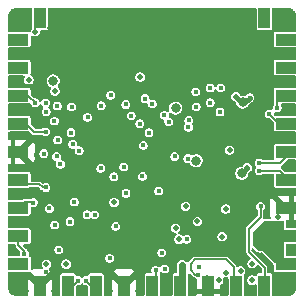
<source format=gbl>
%TF.GenerationSoftware,KiCad,Pcbnew,9.0.1*%
%TF.CreationDate,2025-12-15T21:43:15-06:00*%
%TF.ProjectId,ProtoCore_v1,50726f74-6f43-46f7-9265-5f76312e6b69,rev?*%
%TF.SameCoordinates,Original*%
%TF.FileFunction,Copper,L6,Bot*%
%TF.FilePolarity,Positive*%
%FSLAX46Y46*%
G04 Gerber Fmt 4.6, Leading zero omitted, Abs format (unit mm)*
G04 Created by KiCad (PCBNEW 9.0.1) date 2025-12-15 21:43:15*
%MOMM*%
%LPD*%
G01*
G04 APERTURE LIST*
%TA.AperFunction,SMDPad,CuDef*%
%ADD10R,1.750000X1.000000*%
%TD*%
%TA.AperFunction,SMDPad,CuDef*%
%ADD11R,1.000000X1.750000*%
%TD*%
%TA.AperFunction,SMDPad,CuDef*%
%ADD12C,0.800000*%
%TD*%
%TA.AperFunction,ViaPad*%
%ADD13C,0.450000*%
%TD*%
%TA.AperFunction,ViaPad*%
%ADD14C,0.500000*%
%TD*%
%TA.AperFunction,Conductor*%
%ADD15C,0.157500*%
%TD*%
%TA.AperFunction,Conductor*%
%ADD16C,0.200000*%
%TD*%
%TA.AperFunction,Conductor*%
%ADD17C,0.150000*%
%TD*%
%TA.AperFunction,Conductor*%
%ADD18C,0.400000*%
%TD*%
%TA.AperFunction,Conductor*%
%ADD19C,0.300000*%
%TD*%
%TA.AperFunction,Conductor*%
%ADD20C,0.600000*%
%TD*%
%TA.AperFunction,Conductor*%
%ADD21C,0.500000*%
%TD*%
G04 APERTURE END LIST*
D10*
%TO.P,MOD1,1*%
%TO.N,IO10*%
X138675000Y-109500000D03*
%TO.P,MOD1,2*%
%TO.N,IO7*%
X138675000Y-107125000D03*
%TO.P,MOD1,3*%
%TO.N,IO8*%
X138675000Y-104750000D03*
%TO.P,MOD1,4*%
%TO.N,IO11*%
X138675000Y-102375000D03*
%TO.P,MOD1,5*%
%TO.N,GND*%
X138675000Y-100000000D03*
%TO.P,MOD1,6*%
%TO.N,IO6*%
X138675000Y-97625000D03*
%TO.P,MOD1,7*%
%TO.N,CORE_RESET_N*%
X138675000Y-95250000D03*
%TO.P,MOD1,8*%
%TO.N,IO5*%
X138675000Y-92875000D03*
%TO.P,MOD1,9*%
%TO.N,IO4*%
X138675000Y-90500000D03*
D11*
%TO.P,MOD1,10*%
%TO.N,IO2*%
X140500000Y-88675000D03*
%TO.P,MOD1,11*%
%TO.N,GND*%
X142875000Y-88675000D03*
%TO.P,MOD1,12*%
X145250000Y-88675000D03*
%TO.P,MOD1,16*%
X154750000Y-88675000D03*
%TO.P,MOD1,17*%
X157125000Y-88675000D03*
%TO.P,MOD1,18*%
%TO.N,IO16*%
X159500000Y-88675000D03*
D10*
%TO.P,MOD1,19*%
%TO.N,IO15*%
X161325000Y-90500000D03*
%TO.P,MOD1,20*%
%TO.N,IO14*%
X161325000Y-92875000D03*
%TO.P,MOD1,21*%
%TO.N,IO1*%
X161325000Y-95250000D03*
%TO.P,MOD1,22*%
%TO.N,IO0*%
X161325000Y-97625000D03*
%TO.P,MOD1,23*%
%TO.N,UART0_RX*%
X161325000Y-100000000D03*
%TO.P,MOD1,24*%
%TO.N,UART0_TX*%
X161325000Y-102375000D03*
%TO.P,MOD1,25*%
%TO.N,GND*%
X161325000Y-104750000D03*
%TO.P,MOD1,26*%
%TO.N,VIN*%
X161325000Y-107125000D03*
%TO.P,MOD1,27*%
X161325000Y-109500000D03*
D11*
%TO.P,MOD1,28*%
%TO.N,IO9*%
X159500000Y-111325000D03*
%TO.P,MOD1,29*%
%TO.N,CORE_BOOT_SEL*%
X157125000Y-111325000D03*
%TO.P,MOD1,30*%
%TO.N,GND*%
X154750000Y-111325000D03*
%TO.P,MOD1,31*%
%TO.N,+3V3_AUX*%
X152375000Y-111325000D03*
%TO.P,MOD1,32*%
%TO.N,IO3*%
X150000000Y-111325000D03*
%TO.P,MOD1,33*%
%TO.N,GND*%
X147625000Y-111325000D03*
%TO.P,MOD1,34*%
%TO.N,USB_D+*%
X145250000Y-111325000D03*
%TO.P,MOD1,35*%
%TO.N,USB_D-*%
X142875000Y-111325000D03*
%TO.P,MOD1,36*%
%TO.N,GND*%
X140500000Y-111325000D03*
%TD*%
D12*
%TO.P,TP13,1,1*%
%TO.N,+3V3*%
X157575000Y-101825000D03*
%TD*%
%TO.P,TP7,1,1*%
%TO.N,GND*%
X156800000Y-101025000D03*
%TD*%
%TO.P,TP12,1,1*%
%TO.N,GND*%
X154550000Y-97025000D03*
%TD*%
%TO.P,TP21,1,1*%
%TO.N,+3V3*%
X141600000Y-94000000D03*
%TD*%
%TO.P,TP22,1,1*%
%TO.N,+3V3*%
X151975000Y-96300000D03*
%TD*%
%TO.P,TP2,1,1*%
%TO.N,+3V3*%
X157650000Y-95800000D03*
%TD*%
%TO.P,TP3,1,1*%
%TO.N,CORE_RST_REQ_N*%
X153725000Y-100750000D03*
%TD*%
D13*
%TO.N,GND*%
X144080000Y-110410000D03*
X146775000Y-104925000D03*
D14*
X141175000Y-90825000D03*
X138250000Y-96437500D03*
D13*
X146110000Y-90400000D03*
D14*
X160687500Y-88250000D03*
X144825000Y-88575000D03*
X146450000Y-88275000D03*
X159250000Y-93275000D03*
X138250000Y-105937500D03*
X153825000Y-106575000D03*
X153950000Y-92950000D03*
X141687500Y-88250000D03*
X156175000Y-90625000D03*
X155600000Y-93400000D03*
X161750000Y-91687500D03*
D13*
X151430000Y-108600000D03*
D14*
X161750000Y-101187500D03*
X143825000Y-90925000D03*
D13*
X139450000Y-105785000D03*
X149075000Y-107850000D03*
D14*
X142400000Y-91775000D03*
X155550000Y-104200000D03*
D13*
X159950000Y-95350000D03*
D14*
X142800000Y-89325000D03*
X157525000Y-93750000D03*
X157975000Y-91550000D03*
D13*
X140125000Y-103700000D03*
D14*
X151525000Y-104612500D03*
X158975000Y-90425000D03*
X146650000Y-92970000D03*
X144050000Y-91900000D03*
D13*
X147575000Y-109400000D03*
D14*
X156625000Y-104225000D03*
X140050000Y-92000000D03*
X152325000Y-93425000D03*
D13*
X148350000Y-108550000D03*
X146110000Y-91399500D03*
X160380000Y-110900000D03*
D14*
X153125000Y-94400000D03*
X143800000Y-89850000D03*
X146630000Y-93770000D03*
D13*
X142075000Y-107500000D03*
X153375000Y-108275000D03*
D14*
X151225000Y-101700000D03*
X154640000Y-105940000D03*
D13*
X141630000Y-101150000D03*
D14*
X146437500Y-111750000D03*
X154637500Y-110687500D03*
D13*
X140175000Y-107425000D03*
D14*
X153450000Y-89485000D03*
D13*
X153600000Y-97600000D03*
D14*
X155937500Y-88250000D03*
X156125000Y-92075000D03*
X148812500Y-111750000D03*
D13*
X139925000Y-108437499D03*
D14*
X152780000Y-96350000D03*
X142925000Y-93125000D03*
X161750000Y-108312500D03*
X138250000Y-91687500D03*
D13*
X142350000Y-110040000D03*
X156050000Y-98850000D03*
D14*
X155325000Y-89525000D03*
X153450000Y-90775000D03*
X154125000Y-88875000D03*
X153462500Y-88250000D03*
D13*
X159200000Y-108825000D03*
X151760000Y-99810000D03*
D14*
X153775000Y-104125000D03*
X155937500Y-105500000D03*
X146690000Y-91880000D03*
D13*
X144710000Y-90400000D03*
D14*
X139312500Y-111750000D03*
D13*
X143525000Y-108425000D03*
X151750000Y-109925000D03*
D14*
X161750000Y-94062500D03*
X154640000Y-108315000D03*
X144062500Y-111750000D03*
D13*
X140125000Y-100275000D03*
D14*
X138250000Y-110687500D03*
D13*
X144710000Y-91400500D03*
D14*
X160687500Y-111750000D03*
X138250000Y-108312500D03*
X155925000Y-106250000D03*
X158312500Y-111750000D03*
X150375000Y-92475000D03*
X152160000Y-90775000D03*
D13*
X149375000Y-102700000D03*
D14*
X138250000Y-103562500D03*
X141375000Y-89525000D03*
X151225000Y-94450000D03*
X161750000Y-103562500D03*
D13*
X155525000Y-96050000D03*
D14*
X152825000Y-91450000D03*
X148925000Y-91350000D03*
D13*
X159075000Y-110100000D03*
X146110000Y-92399500D03*
D14*
X138250000Y-89312500D03*
X138250000Y-98812500D03*
X138250000Y-94062500D03*
X155937500Y-111750000D03*
X138250000Y-101187500D03*
D13*
X144710000Y-92400000D03*
X152525000Y-108287500D03*
D14*
X146600000Y-88975000D03*
X148290000Y-90775000D03*
D13*
X141350000Y-103775000D03*
D14*
X147000000Y-90775000D03*
D13*
X144800000Y-105850000D03*
D14*
X144160000Y-93000000D03*
X148930000Y-93020000D03*
D13*
X156550000Y-96925000D03*
X141044098Y-110150000D03*
D14*
X157700000Y-106250000D03*
X150250000Y-91400000D03*
X157060000Y-94670000D03*
D13*
X160800000Y-110375000D03*
D14*
X144000000Y-88250000D03*
D13*
X144710000Y-89400500D03*
D14*
X159650000Y-91900000D03*
X147650000Y-91425000D03*
X151975000Y-105725000D03*
X158312500Y-105500000D03*
X144230000Y-93780000D03*
X149175000Y-98775000D03*
D13*
X146420000Y-109600000D03*
D14*
X149580000Y-90775000D03*
X160687500Y-105500000D03*
X151187500Y-111750000D03*
X157040000Y-100420000D03*
X154150000Y-90125000D03*
X157525000Y-89575000D03*
X161750000Y-96437500D03*
X161750000Y-98812500D03*
X145625000Y-88975000D03*
X147396643Y-97764828D03*
X152481250Y-95400000D03*
D13*
X144830000Y-93410000D03*
D14*
X161750000Y-89312500D03*
X150850000Y-95750000D03*
X147398026Y-99548026D03*
X161750000Y-110687500D03*
D13*
X141020000Y-97560000D03*
D14*
X158312500Y-88250000D03*
X139312500Y-88250000D03*
D13*
X147200000Y-101700000D03*
D14*
X154200000Y-91350000D03*
X150870000Y-90775000D03*
D13*
X153350000Y-110875000D03*
X157870002Y-94900000D03*
X159975000Y-109650000D03*
D14*
X145601974Y-99551974D03*
X157630000Y-100770000D03*
X141687500Y-111750000D03*
D13*
X145990000Y-93410000D03*
D14*
X141175000Y-93325000D03*
X145600592Y-97764828D03*
X153575000Y-111750000D03*
D13*
X147125000Y-106850000D03*
X151425000Y-98075000D03*
D14*
X151550000Y-91375000D03*
X161750000Y-105937500D03*
%TO.N,+3V3*%
X139550000Y-93900000D03*
X157475000Y-110080000D03*
X151975000Y-106450000D03*
X156550000Y-99850000D03*
X141044098Y-109502500D03*
D13*
X142225003Y-101050000D03*
D14*
X152025000Y-96350000D03*
X141775000Y-94850000D03*
X157075000Y-95325000D03*
X158450000Y-110875000D03*
X158050000Y-101350000D03*
X155925000Y-107175000D03*
D13*
X153015000Y-100575000D03*
D14*
X146775000Y-104277297D03*
X156225000Y-104850000D03*
D13*
X154900000Y-94600000D03*
D14*
X153825000Y-105900000D03*
X148975000Y-93675000D03*
X142707149Y-109510702D03*
X156275000Y-110224999D03*
X152825000Y-104625000D03*
X158450000Y-109475000D03*
D13*
X141020000Y-96600000D03*
X158268355Y-95425659D03*
D14*
X155630000Y-110875000D03*
X141575000Y-93875000D03*
X152275000Y-107400000D03*
D13*
%TO.N,VIN*%
X159900000Y-107475000D03*
X160800000Y-107125000D03*
X159600000Y-106150000D03*
X159025000Y-108075000D03*
X160800000Y-108175000D03*
%TO.N,/Microcontroller/BOOT1*%
X155800000Y-94585000D03*
X147766915Y-95991915D03*
%TO.N,/Microcontroller/UART0_RX_MCU*%
X149390202Y-95500000D03*
X153675000Y-94925000D03*
%TO.N,I2C0_SCL*%
X143400000Y-104250000D03*
X141740000Y-106200000D03*
X143040000Y-105910000D03*
X141300000Y-104800000D03*
%TO.N,USB_D-*%
X144475000Y-105325000D03*
X143725000Y-110900000D03*
%TO.N,USB_D+*%
X144400000Y-110900000D03*
X145125000Y-105325000D03*
%TO.N,UART0_RX*%
X153725000Y-96200000D03*
X159050000Y-100950000D03*
%TO.N,EMMC_DAT1*%
X154900000Y-95850000D03*
X151390420Y-97467520D03*
%TO.N,EMMC_DAT2*%
X155740631Y-96635214D03*
X151900000Y-100400000D03*
%TO.N,EMMC_DAT3*%
X149245343Y-99454657D03*
X153065209Y-97909768D03*
%TO.N,EMMC_DAT0*%
X153099420Y-97334595D03*
X149725000Y-98400000D03*
%TO.N,IO4*%
X141950000Y-96125000D03*
D14*
X139200000Y-90500000D03*
D13*
%TO.N,QSPI_IO3*%
X150800000Y-108550000D03*
X146750000Y-102125000D03*
%TO.N,IO2*%
X143175000Y-96200000D03*
D14*
X140100000Y-89825000D03*
D13*
%TO.N,IO0*%
X145669818Y-96105182D03*
X159925000Y-96800000D03*
%TO.N,UART0_TX*%
X150000000Y-95950000D03*
X159050000Y-101600000D03*
%TO.N,IO7*%
X142000000Y-99000000D03*
X139180000Y-108650000D03*
%TO.N,IO11*%
X141000000Y-103025000D03*
X143825000Y-99925000D03*
%TO.N,IO9*%
X153984788Y-109750000D03*
X159175000Y-104625000D03*
X143275000Y-99350000D03*
%TO.N,QSPI_IO2*%
X146400000Y-109000000D03*
X147775000Y-103500000D03*
%TO.N,QSPI_IO0*%
X149175000Y-102075000D03*
X151050000Y-109925000D03*
%TO.N,IO10*%
X141900000Y-100400000D03*
X139275000Y-109400000D03*
%TO.N,IO8*%
X140825000Y-100150000D03*
X139925000Y-104300000D03*
%TO.N,IO5*%
X141725000Y-97400000D03*
X139250000Y-93025000D03*
%TO.N,IO14*%
X160700000Y-92850000D03*
X151025000Y-96900000D03*
%TO.N,IO1*%
X160575000Y-96275000D03*
X144525000Y-97075000D03*
%TO.N,IO6*%
X140975000Y-98300000D03*
%TO.N,QSPI_IO1*%
X146912500Y-106312500D03*
X147587500Y-101287500D03*
%TO.N,IO3*%
X143125000Y-98375000D03*
X150300000Y-110025000D03*
%TO.N,INT_IMU*%
X142087499Y-108300000D03*
X145650000Y-101400000D03*
%TO.N,+3V3_AUX*%
X152525000Y-110225000D03*
X152525000Y-109600000D03*
%TO.N,CORE_BOOT_SEL*%
X140975000Y-95850000D03*
X153910000Y-110400000D03*
D14*
%TO.N,IO16*%
X159500000Y-89250000D03*
D13*
X148225000Y-96950000D03*
%TO.N,CORE_RESET_N*%
X140080000Y-95850000D03*
%TO.N,3V3_AUX_EN*%
X152925000Y-107412500D03*
X150550000Y-103325000D03*
%TO.N,CORE_RST_REQ_N*%
X146500000Y-95200000D03*
X153625000Y-100600000D03*
D14*
%TO.N,IO15*%
X160750000Y-90675000D03*
D13*
X148950000Y-97625000D03*
%TD*%
D15*
%TO.N,USB_D-*%
X143300000Y-111325000D02*
X143725000Y-110900000D01*
X142875000Y-111325000D02*
X143300000Y-111325000D01*
%TO.N,USB_D+*%
X144400000Y-110912500D02*
X144812500Y-111325000D01*
X144400000Y-110900000D02*
X144400000Y-110912500D01*
X144812500Y-111325000D02*
X145250000Y-111325000D01*
D16*
%TO.N,IO1*%
X160700000Y-95250000D02*
X161325000Y-95250000D01*
X160575000Y-96275000D02*
X160575000Y-95375000D01*
X160575000Y-95375000D02*
X160700000Y-95250000D01*
X160525000Y-96325000D02*
X160575000Y-96275000D01*
D17*
%TO.N,IO9*%
X158175000Y-106525000D02*
X159175000Y-105525000D01*
X159175000Y-105525000D02*
X159175000Y-104625000D01*
X159526000Y-109826000D02*
X158175000Y-108475000D01*
X158175000Y-108475000D02*
X158175000Y-106525000D01*
X159526000Y-111299000D02*
X159526000Y-109826000D01*
%TO.N,CORE_BOOT_SEL*%
X156900000Y-109725000D02*
X156900000Y-111100000D01*
X156275000Y-109100000D02*
X156900000Y-109725000D01*
X153250000Y-110025000D02*
X153250000Y-109475000D01*
X153250000Y-109475000D02*
X153625000Y-109100000D01*
X153625000Y-109100000D02*
X156275000Y-109100000D01*
X153625000Y-110400000D02*
X153250000Y-110025000D01*
X156900000Y-111100000D02*
X157125000Y-111325000D01*
X153910000Y-110400000D02*
X153625000Y-110400000D01*
D16*
%TO.N,IO7*%
X138675000Y-107925000D02*
X138675000Y-107125000D01*
X139180000Y-108430000D02*
X138675000Y-107925000D01*
X139180000Y-108650000D02*
X139180000Y-108430000D01*
X139219096Y-108610904D02*
X139180000Y-108650000D01*
D18*
%TO.N,GND*%
X155175000Y-111750000D02*
X154750000Y-111325000D01*
X153562500Y-111750000D02*
X154325000Y-111750000D01*
X161750000Y-104325000D02*
X161325000Y-104750000D01*
D16*
X138250000Y-99575000D02*
X138675000Y-100000000D01*
D18*
X161750000Y-105937500D02*
X161750000Y-105175000D01*
D19*
X138250000Y-101187500D02*
X138250000Y-100425000D01*
X138250000Y-98812500D02*
X138250000Y-99575000D01*
D18*
X161750000Y-103562500D02*
X161750000Y-104325000D01*
X155937500Y-111750000D02*
X155175000Y-111750000D01*
X154325000Y-111750000D02*
X154750000Y-111325000D01*
X161750000Y-105175000D02*
X161325000Y-104750000D01*
D16*
X138250000Y-100425000D02*
X138675000Y-100000000D01*
D18*
%TO.N,+3V3*%
X157550000Y-95800000D02*
X157075000Y-95325000D01*
X158268355Y-95425659D02*
X157894014Y-95800000D01*
D19*
X157075000Y-95325000D02*
X157175000Y-95325000D01*
D18*
X157650000Y-95800000D02*
X157550000Y-95800000D01*
X157894014Y-95800000D02*
X157650000Y-95800000D01*
X157575000Y-101825000D02*
X158050000Y-101350000D01*
D15*
%TO.N,USB_D+*%
X145250000Y-111325000D02*
X145250000Y-110675000D01*
X145675000Y-110900000D02*
X145250000Y-111325000D01*
D16*
%TO.N,UART0_RX*%
X159050000Y-100950000D02*
X160850000Y-100950000D01*
X160850000Y-100950000D02*
X161325000Y-100475000D01*
X161325000Y-100475000D02*
X161325000Y-100000000D01*
D17*
%TO.N,IO4*%
X138675000Y-90500000D02*
X139200000Y-90500000D01*
D16*
%TO.N,IO2*%
X140100000Y-89075000D02*
X140500000Y-88675000D01*
X140100000Y-89825000D02*
X140100000Y-89075000D01*
D17*
%TO.N,IO0*%
X159925000Y-96800000D02*
X160750000Y-97625000D01*
X161025000Y-97625000D02*
X161325000Y-97325000D01*
X161325000Y-97325000D02*
X161325000Y-97625000D01*
X160750000Y-97625000D02*
X161025000Y-97625000D01*
D16*
%TO.N,UART0_TX*%
X159050000Y-101600000D02*
X160800000Y-101600000D01*
X161325000Y-102125000D02*
X161325000Y-102375000D01*
X160800000Y-101600000D02*
X161325000Y-102125000D01*
D17*
%TO.N,IO11*%
X140725000Y-103025000D02*
X140450000Y-102750000D01*
X140450000Y-102750000D02*
X139050000Y-102750000D01*
X141000000Y-103025000D02*
X140725000Y-103025000D01*
X139050000Y-102750000D02*
X138675000Y-102375000D01*
X138675000Y-102125000D02*
X138675000Y-102375000D01*
X139075000Y-102775000D02*
X138675000Y-102375000D01*
D16*
%TO.N,IO9*%
X159500000Y-111325000D02*
X159526000Y-111299000D01*
%TO.N,IO10*%
X139275000Y-109500000D02*
X138675000Y-109500000D01*
%TO.N,IO8*%
X139150000Y-104275000D02*
X138675000Y-104750000D01*
X139925000Y-104275000D02*
X139150000Y-104275000D01*
D18*
X138700000Y-104750000D02*
X138675000Y-104750000D01*
D16*
%TO.N,IO5*%
X139100000Y-92875000D02*
X139250000Y-93025000D01*
X138675000Y-92875000D02*
X139100000Y-92875000D01*
%TO.N,IO6*%
X140975000Y-98300000D02*
X139975000Y-98300000D01*
X139975000Y-98300000D02*
X139300000Y-97625000D01*
X139300000Y-97625000D02*
X138675000Y-97625000D01*
%TO.N,IO3*%
X150300000Y-111025000D02*
X150000000Y-111325000D01*
X150300000Y-110025000D02*
X150300000Y-111025000D01*
D20*
%TO.N,+3V3_AUX*%
X152525000Y-109600000D02*
X152525000Y-110225000D01*
D18*
X152375000Y-111325000D02*
X152375000Y-110950000D01*
D21*
X152525000Y-111175000D02*
X152375000Y-111325000D01*
D20*
X152525000Y-110225000D02*
X152525000Y-111175000D01*
D17*
%TO.N,CORE_BOOT_SEL*%
X157125000Y-111325000D02*
X157125000Y-110975000D01*
X157525000Y-111325000D02*
X157125000Y-111325000D01*
D16*
%TO.N,CORE_RESET_N*%
X140130000Y-95900000D02*
X139480000Y-95250000D01*
X139480000Y-95250000D02*
X138675000Y-95250000D01*
D17*
%TO.N,IO15*%
X160925000Y-90500000D02*
X160750000Y-90675000D01*
X161325000Y-90500000D02*
X160925000Y-90500000D01*
%TD*%
%TA.AperFunction,Conductor*%
%TO.N,GND*%
G36*
X158792539Y-87820185D02*
G01*
X158838294Y-87872989D01*
X158849500Y-87924500D01*
X158849500Y-89564820D01*
X158849500Y-89564822D01*
X158849499Y-89564822D01*
X158858231Y-89608717D01*
X158858232Y-89608721D01*
X158858233Y-89608722D01*
X158891496Y-89658504D01*
X158941278Y-89691767D01*
X158941281Y-89691767D01*
X158941282Y-89691768D01*
X158985177Y-89700500D01*
X159700000Y-89700500D01*
X159700000Y-96496313D01*
X159694436Y-96499526D01*
X159624526Y-96569436D01*
X159575091Y-96655059D01*
X159575091Y-96655060D01*
X159575090Y-96655062D01*
X159549500Y-96750565D01*
X159549500Y-96849435D01*
X159575090Y-96944938D01*
X159575091Y-96944939D01*
X159575091Y-96944940D01*
X159588337Y-96967882D01*
X159624525Y-97030562D01*
X159694438Y-97100475D01*
X159700000Y-97103686D01*
X159700000Y-100699500D01*
X159381899Y-100699500D01*
X159314860Y-100679815D01*
X159294218Y-100663181D01*
X159280563Y-100649526D01*
X159280562Y-100649525D01*
X159194938Y-100600090D01*
X159099435Y-100574500D01*
X159000565Y-100574500D01*
X158905062Y-100600090D01*
X158905060Y-100600091D01*
X158905059Y-100600091D01*
X158819436Y-100649526D01*
X158749526Y-100719436D01*
X158700091Y-100805059D01*
X158700091Y-100805060D01*
X158700090Y-100805062D01*
X158674500Y-100900565D01*
X158674500Y-100999435D01*
X158700090Y-101094938D01*
X158700091Y-101094939D01*
X158700091Y-101094940D01*
X158702686Y-101099435D01*
X158743101Y-101169436D01*
X158749526Y-101180563D01*
X158756282Y-101187319D01*
X158789767Y-101248642D01*
X158784783Y-101318334D01*
X158756282Y-101362681D01*
X158749526Y-101369436D01*
X158700091Y-101455059D01*
X158700091Y-101455060D01*
X158700090Y-101455062D01*
X158674500Y-101550565D01*
X158674500Y-101649435D01*
X158700090Y-101744938D01*
X158700091Y-101744939D01*
X158700091Y-101744940D01*
X158713337Y-101767882D01*
X158749525Y-101830562D01*
X158819438Y-101900475D01*
X158905062Y-101949910D01*
X159000565Y-101975500D01*
X159000567Y-101975500D01*
X159099432Y-101975500D01*
X159099435Y-101975500D01*
X159194938Y-101949910D01*
X159280562Y-101900475D01*
X159294218Y-101886819D01*
X159355541Y-101853334D01*
X159381899Y-101850500D01*
X159700000Y-101850500D01*
X159700000Y-103250000D01*
X150918650Y-103250000D01*
X150899910Y-103180062D01*
X150850475Y-103094438D01*
X150780562Y-103024525D01*
X150694938Y-102975090D01*
X150599435Y-102949500D01*
X150500565Y-102949500D01*
X150405062Y-102975090D01*
X150405060Y-102975091D01*
X150405059Y-102975091D01*
X150319436Y-103024526D01*
X150249526Y-103094436D01*
X150200091Y-103180059D01*
X150200091Y-103180060D01*
X150200090Y-103180062D01*
X150181350Y-103250000D01*
X148056037Y-103250000D01*
X148005562Y-103199525D01*
X147919938Y-103150090D01*
X147824435Y-103124500D01*
X147725565Y-103124500D01*
X147630062Y-103150090D01*
X147630060Y-103150091D01*
X147630059Y-103150091D01*
X147544436Y-103199526D01*
X147493962Y-103250000D01*
X141303686Y-103250000D01*
X141349910Y-103169938D01*
X141375500Y-103074435D01*
X141375500Y-102975565D01*
X141349910Y-102880062D01*
X141300475Y-102794438D01*
X141230562Y-102724525D01*
X141144938Y-102675090D01*
X141049435Y-102649500D01*
X140950565Y-102649500D01*
X140855062Y-102675090D01*
X140855060Y-102675090D01*
X140855060Y-102675091D01*
X140855057Y-102675092D01*
X140835348Y-102686471D01*
X140808288Y-102693034D01*
X140782196Y-102702767D01*
X140774800Y-102701158D01*
X140767447Y-102702942D01*
X140741133Y-102693834D01*
X140713923Y-102687915D01*
X140705229Y-102681407D01*
X140701421Y-102680089D01*
X140685669Y-102666764D01*
X140658610Y-102639705D01*
X140641170Y-102622264D01*
X140600000Y-102581094D01*
X140600000Y-102075565D01*
X146374500Y-102075565D01*
X146374500Y-102174435D01*
X146400090Y-102269938D01*
X146449525Y-102355562D01*
X146519438Y-102425475D01*
X146605062Y-102474910D01*
X146700565Y-102500500D01*
X146700567Y-102500500D01*
X146799432Y-102500500D01*
X146799435Y-102500500D01*
X146894938Y-102474910D01*
X146980562Y-102425475D01*
X147050475Y-102355562D01*
X147099910Y-102269938D01*
X147125500Y-102174435D01*
X147125500Y-102075565D01*
X147112103Y-102025565D01*
X148799500Y-102025565D01*
X148799500Y-102124435D01*
X148825090Y-102219938D01*
X148874525Y-102305562D01*
X148944438Y-102375475D01*
X149030062Y-102424910D01*
X149125565Y-102450500D01*
X149125567Y-102450500D01*
X149224432Y-102450500D01*
X149224435Y-102450500D01*
X149319938Y-102424910D01*
X149405562Y-102375475D01*
X149475475Y-102305562D01*
X149524910Y-102219938D01*
X149550500Y-102124435D01*
X149550500Y-102025565D01*
X149524910Y-101930062D01*
X149475475Y-101844438D01*
X149405562Y-101774525D01*
X149367457Y-101752525D01*
X157024500Y-101752525D01*
X157024500Y-101897475D01*
X157058822Y-102025565D01*
X157062017Y-102037488D01*
X157134488Y-102163011D01*
X157134490Y-102163013D01*
X157134491Y-102163015D01*
X157236985Y-102265509D01*
X157236986Y-102265510D01*
X157236988Y-102265511D01*
X157362511Y-102337982D01*
X157362512Y-102337982D01*
X157362515Y-102337984D01*
X157502525Y-102375500D01*
X157502528Y-102375500D01*
X157647472Y-102375500D01*
X157647475Y-102375500D01*
X157787485Y-102337984D01*
X157913015Y-102265509D01*
X158015509Y-102163015D01*
X158087984Y-102037485D01*
X158125500Y-101897475D01*
X158125500Y-101838819D01*
X158145185Y-101771780D01*
X158197989Y-101726025D01*
X158202057Y-101724254D01*
X158204577Y-101723209D01*
X158204587Y-101723207D01*
X158295913Y-101670480D01*
X158370480Y-101595913D01*
X158423207Y-101504587D01*
X158450500Y-101402727D01*
X158450500Y-101297273D01*
X158423207Y-101195413D01*
X158370480Y-101104087D01*
X158295913Y-101029520D01*
X158204587Y-100976793D01*
X158102727Y-100949500D01*
X157997273Y-100949500D01*
X157895413Y-100976793D01*
X157895410Y-100976794D01*
X157804085Y-101029521D01*
X157729522Y-101104084D01*
X157729520Y-101104086D01*
X157729520Y-101104087D01*
X157696093Y-101161983D01*
X157676794Y-101195411D01*
X157675743Y-101197949D01*
X157674282Y-101199762D01*
X157672729Y-101202452D01*
X157672309Y-101202209D01*
X157631904Y-101252354D01*
X157565610Y-101274421D01*
X157561180Y-101274500D01*
X157502525Y-101274500D01*
X157373993Y-101308940D01*
X157362511Y-101312017D01*
X157236988Y-101384488D01*
X157236982Y-101384493D01*
X157134493Y-101486982D01*
X157134488Y-101486988D01*
X157062017Y-101612511D01*
X157062016Y-101612515D01*
X157024500Y-101752525D01*
X149367457Y-101752525D01*
X149319938Y-101725090D01*
X149224435Y-101699500D01*
X149125565Y-101699500D01*
X149030062Y-101725090D01*
X149030060Y-101725091D01*
X149030059Y-101725091D01*
X148944436Y-101774526D01*
X148874526Y-101844436D01*
X148825091Y-101930059D01*
X148825091Y-101930060D01*
X148825090Y-101930062D01*
X148799500Y-102025565D01*
X147112103Y-102025565D01*
X147099910Y-101980062D01*
X147050475Y-101894438D01*
X146980562Y-101824525D01*
X146894938Y-101775090D01*
X146799435Y-101749500D01*
X146700565Y-101749500D01*
X146605062Y-101775090D01*
X146605060Y-101775091D01*
X146605059Y-101775091D01*
X146519436Y-101824526D01*
X146449526Y-101894436D01*
X146400091Y-101980059D01*
X146400091Y-101980060D01*
X146400090Y-101980062D01*
X146374500Y-102075565D01*
X140600000Y-102075565D01*
X140600000Y-100453686D01*
X140680062Y-100499910D01*
X140775565Y-100525500D01*
X140775567Y-100525500D01*
X140874432Y-100525500D01*
X140874435Y-100525500D01*
X140969938Y-100499910D01*
X141055562Y-100450475D01*
X141125475Y-100380562D01*
X141142794Y-100350565D01*
X141524500Y-100350565D01*
X141524500Y-100449435D01*
X141550090Y-100544938D01*
X141599525Y-100630562D01*
X141669438Y-100700475D01*
X141755062Y-100749910D01*
X141786067Y-100758217D01*
X141845726Y-100794582D01*
X141876255Y-100857429D01*
X141873747Y-100910085D01*
X141859706Y-100962488D01*
X141849503Y-101000565D01*
X141849503Y-101099435D01*
X141875093Y-101194938D01*
X141875094Y-101194939D01*
X141875094Y-101194940D01*
X141875366Y-101195411D01*
X141924528Y-101280562D01*
X141994441Y-101350475D01*
X142080065Y-101399910D01*
X142175568Y-101425500D01*
X142175570Y-101425500D01*
X142274435Y-101425500D01*
X142274438Y-101425500D01*
X142369941Y-101399910D01*
X142455409Y-101350565D01*
X145274500Y-101350565D01*
X145274500Y-101449435D01*
X145300090Y-101544938D01*
X145349525Y-101630562D01*
X145419438Y-101700475D01*
X145505062Y-101749910D01*
X145600565Y-101775500D01*
X145600567Y-101775500D01*
X145699432Y-101775500D01*
X145699435Y-101775500D01*
X145794938Y-101749910D01*
X145880562Y-101700475D01*
X145950475Y-101630562D01*
X145999910Y-101544938D01*
X146025500Y-101449435D01*
X146025500Y-101350565D01*
X145999910Y-101255062D01*
X145990097Y-101238065D01*
X147212000Y-101238065D01*
X147212000Y-101336935D01*
X147237590Y-101432438D01*
X147287025Y-101518062D01*
X147356938Y-101587975D01*
X147442562Y-101637410D01*
X147538065Y-101663000D01*
X147538067Y-101663000D01*
X147636932Y-101663000D01*
X147636935Y-101663000D01*
X147732438Y-101637410D01*
X147818062Y-101587975D01*
X147887975Y-101518062D01*
X147937410Y-101432438D01*
X147963000Y-101336935D01*
X147963000Y-101238065D01*
X147937410Y-101142562D01*
X147887975Y-101056938D01*
X147818062Y-100987025D01*
X147732438Y-100937590D01*
X147636935Y-100912000D01*
X147538065Y-100912000D01*
X147442562Y-100937590D01*
X147442560Y-100937591D01*
X147442559Y-100937591D01*
X147356936Y-100987026D01*
X147287026Y-101056936D01*
X147237591Y-101142559D01*
X147237591Y-101142560D01*
X147237590Y-101142562D01*
X147212000Y-101238065D01*
X145990097Y-101238065D01*
X145950475Y-101169438D01*
X145880562Y-101099525D01*
X145794938Y-101050090D01*
X145699435Y-101024500D01*
X145600565Y-101024500D01*
X145505062Y-101050090D01*
X145505060Y-101050091D01*
X145505059Y-101050091D01*
X145419436Y-101099526D01*
X145349526Y-101169436D01*
X145300091Y-101255059D01*
X145300091Y-101255060D01*
X145300090Y-101255062D01*
X145274500Y-101350565D01*
X142455409Y-101350565D01*
X142455565Y-101350475D01*
X142525478Y-101280562D01*
X142574913Y-101194938D01*
X142600503Y-101099435D01*
X142600503Y-101000565D01*
X142574913Y-100905062D01*
X142525478Y-100819438D01*
X142455565Y-100749525D01*
X142370608Y-100700475D01*
X142369943Y-100700091D01*
X142369938Y-100700089D01*
X142338934Y-100691781D01*
X142279274Y-100655415D01*
X142248746Y-100592567D01*
X142251254Y-100539919D01*
X142275500Y-100449435D01*
X142275500Y-100350565D01*
X151524500Y-100350565D01*
X151524500Y-100449435D01*
X151550090Y-100544938D01*
X151599525Y-100630562D01*
X151669438Y-100700475D01*
X151755062Y-100749910D01*
X151850565Y-100775500D01*
X151850567Y-100775500D01*
X151949432Y-100775500D01*
X151949435Y-100775500D01*
X152044938Y-100749910D01*
X152130562Y-100700475D01*
X152200475Y-100630562D01*
X152249910Y-100544938D01*
X152255101Y-100525565D01*
X152639500Y-100525565D01*
X152639500Y-100624435D01*
X152665090Y-100719938D01*
X152714525Y-100805562D01*
X152784438Y-100875475D01*
X152870062Y-100924910D01*
X152965565Y-100950500D01*
X152965567Y-100950500D01*
X153064432Y-100950500D01*
X153064435Y-100950500D01*
X153094347Y-100942485D01*
X153164194Y-100944148D01*
X153222056Y-100983310D01*
X153233824Y-101000258D01*
X153284491Y-101088015D01*
X153386985Y-101190509D01*
X153386986Y-101190510D01*
X153386988Y-101190511D01*
X153512511Y-101262982D01*
X153512512Y-101262982D01*
X153512515Y-101262984D01*
X153652525Y-101300500D01*
X153652528Y-101300500D01*
X153797472Y-101300500D01*
X153797475Y-101300500D01*
X153937485Y-101262984D01*
X154063015Y-101190509D01*
X154165509Y-101088015D01*
X154237984Y-100962485D01*
X154275500Y-100822475D01*
X154275500Y-100677525D01*
X154237984Y-100537515D01*
X154187731Y-100450475D01*
X154165511Y-100411988D01*
X154165506Y-100411982D01*
X154063017Y-100309493D01*
X154063011Y-100309488D01*
X153937488Y-100237017D01*
X153937489Y-100237017D01*
X153926006Y-100233940D01*
X153797475Y-100199500D01*
X153652525Y-100199500D01*
X153512515Y-100237015D01*
X153512512Y-100237016D01*
X153512493Y-100237028D01*
X153508378Y-100239301D01*
X153496057Y-100245803D01*
X153480062Y-100250090D01*
X153396276Y-100298463D01*
X153394180Y-100299570D01*
X153362163Y-100306060D01*
X153330403Y-100313765D01*
X153328095Y-100312966D01*
X153325704Y-100313451D01*
X153295257Y-100301600D01*
X153264376Y-100290912D01*
X153261461Y-100288446D01*
X153260592Y-100288108D01*
X153259843Y-100287077D01*
X153248623Y-100277586D01*
X153245563Y-100274526D01*
X153245562Y-100274525D01*
X153159938Y-100225090D01*
X153064435Y-100199500D01*
X152965565Y-100199500D01*
X152870062Y-100225090D01*
X152870060Y-100225091D01*
X152870059Y-100225091D01*
X152784436Y-100274526D01*
X152714526Y-100344436D01*
X152665091Y-100430059D01*
X152665091Y-100430060D01*
X152665090Y-100430062D01*
X152639500Y-100525565D01*
X152255101Y-100525565D01*
X152275500Y-100449435D01*
X152275500Y-100350565D01*
X152249910Y-100255062D01*
X152200475Y-100169438D01*
X152130562Y-100099525D01*
X152044938Y-100050090D01*
X151949435Y-100024500D01*
X151850565Y-100024500D01*
X151755062Y-100050090D01*
X151755060Y-100050091D01*
X151755059Y-100050091D01*
X151669436Y-100099526D01*
X151599526Y-100169436D01*
X151550091Y-100255059D01*
X151550091Y-100255060D01*
X151550090Y-100255062D01*
X151524500Y-100350565D01*
X142275500Y-100350565D01*
X142249910Y-100255062D01*
X142200475Y-100169438D01*
X142130562Y-100099525D01*
X142044938Y-100050090D01*
X141949435Y-100024500D01*
X141850565Y-100024500D01*
X141755062Y-100050090D01*
X141755060Y-100050091D01*
X141755059Y-100050091D01*
X141669436Y-100099526D01*
X141599526Y-100169436D01*
X141550091Y-100255059D01*
X141550091Y-100255060D01*
X141550090Y-100255062D01*
X141524500Y-100350565D01*
X141142794Y-100350565D01*
X141174910Y-100294938D01*
X141200500Y-100199435D01*
X141200500Y-100100565D01*
X141174910Y-100005062D01*
X141125475Y-99919438D01*
X141055562Y-99849525D01*
X140969938Y-99800090D01*
X140874435Y-99774500D01*
X140775565Y-99774500D01*
X140680062Y-99800090D01*
X140680060Y-99800091D01*
X140680059Y-99800091D01*
X140600000Y-99846313D01*
X140600000Y-98950565D01*
X141624500Y-98950565D01*
X141624500Y-99049435D01*
X141650090Y-99144938D01*
X141699525Y-99230562D01*
X141769438Y-99300475D01*
X141855062Y-99349910D01*
X141950565Y-99375500D01*
X141950567Y-99375500D01*
X142049432Y-99375500D01*
X142049435Y-99375500D01*
X142144938Y-99349910D01*
X142230406Y-99300565D01*
X142899500Y-99300565D01*
X142899500Y-99399435D01*
X142925090Y-99494938D01*
X142974525Y-99580562D01*
X143044438Y-99650475D01*
X143130062Y-99699910D01*
X143225565Y-99725500D01*
X143225567Y-99725500D01*
X143328110Y-99725500D01*
X143395149Y-99745185D01*
X143440904Y-99797989D01*
X143450848Y-99867147D01*
X143450179Y-99870407D01*
X143449500Y-99875563D01*
X143449500Y-99875565D01*
X143449500Y-99974435D01*
X143475090Y-100069938D01*
X143524525Y-100155562D01*
X143594438Y-100225475D01*
X143680062Y-100274910D01*
X143775565Y-100300500D01*
X143775567Y-100300500D01*
X143874432Y-100300500D01*
X143874435Y-100300500D01*
X143969938Y-100274910D01*
X144055562Y-100225475D01*
X144125475Y-100155562D01*
X144174910Y-100069938D01*
X144200500Y-99974435D01*
X144200500Y-99875565D01*
X144174910Y-99780062D01*
X144125475Y-99694438D01*
X144055562Y-99624525D01*
X143969938Y-99575090D01*
X143874435Y-99549500D01*
X143775565Y-99549500D01*
X143771890Y-99549500D01*
X143704851Y-99529815D01*
X143659096Y-99477011D01*
X143648410Y-99414154D01*
X143649230Y-99405222D01*
X148869843Y-99405222D01*
X148869843Y-99504092D01*
X148895433Y-99599595D01*
X148944868Y-99685219D01*
X149014781Y-99755132D01*
X149100405Y-99804567D01*
X149195908Y-99830157D01*
X149195910Y-99830157D01*
X149294775Y-99830157D01*
X149294778Y-99830157D01*
X149390281Y-99804567D01*
X149402915Y-99797273D01*
X156149500Y-99797273D01*
X156149500Y-99902726D01*
X156176793Y-100004586D01*
X156176794Y-100004589D01*
X156177066Y-100005060D01*
X156229520Y-100095913D01*
X156304087Y-100170480D01*
X156395413Y-100223207D01*
X156497273Y-100250500D01*
X156497275Y-100250500D01*
X156602725Y-100250500D01*
X156602727Y-100250500D01*
X156704587Y-100223207D01*
X156795913Y-100170480D01*
X156870480Y-100095913D01*
X156923207Y-100004587D01*
X156950500Y-99902727D01*
X156950500Y-99797273D01*
X156923207Y-99695413D01*
X156870480Y-99604087D01*
X156795913Y-99529520D01*
X156704587Y-99476793D01*
X156602727Y-99449500D01*
X156497273Y-99449500D01*
X156395413Y-99476793D01*
X156395410Y-99476794D01*
X156304085Y-99529521D01*
X156229521Y-99604085D01*
X156176794Y-99695410D01*
X156176793Y-99695413D01*
X156149500Y-99797273D01*
X149402915Y-99797273D01*
X149475905Y-99755132D01*
X149545818Y-99685219D01*
X149595253Y-99599595D01*
X149620843Y-99504092D01*
X149620843Y-99405222D01*
X149595253Y-99309719D01*
X149545818Y-99224095D01*
X149475905Y-99154182D01*
X149390281Y-99104747D01*
X149294778Y-99079157D01*
X149195908Y-99079157D01*
X149100405Y-99104747D01*
X149100403Y-99104748D01*
X149100402Y-99104748D01*
X149014779Y-99154183D01*
X148944869Y-99224093D01*
X148895434Y-99309716D01*
X148895434Y-99309717D01*
X148895433Y-99309719D01*
X148869843Y-99405222D01*
X143649230Y-99405222D01*
X143649377Y-99403624D01*
X143650500Y-99399435D01*
X143650500Y-99300565D01*
X143624910Y-99205062D01*
X143575475Y-99119438D01*
X143505562Y-99049525D01*
X143419938Y-99000090D01*
X143324435Y-98974500D01*
X143225565Y-98974500D01*
X143144965Y-98996096D01*
X143144963Y-98996097D01*
X143130060Y-99000090D01*
X143130059Y-99000091D01*
X143044436Y-99049526D01*
X142974526Y-99119436D01*
X142925091Y-99205059D01*
X142925091Y-99205060D01*
X142925090Y-99205062D01*
X142899500Y-99300565D01*
X142230406Y-99300565D01*
X142230562Y-99300475D01*
X142300475Y-99230562D01*
X142349910Y-99144938D01*
X142375500Y-99049435D01*
X142375500Y-98950565D01*
X142349910Y-98855062D01*
X142300475Y-98769438D01*
X142230562Y-98699525D01*
X142144938Y-98650090D01*
X142049435Y-98624500D01*
X141950565Y-98624500D01*
X141855062Y-98650090D01*
X141855060Y-98650091D01*
X141855059Y-98650091D01*
X141769436Y-98699526D01*
X141699526Y-98769436D01*
X141650091Y-98855059D01*
X141650091Y-98855060D01*
X141650090Y-98855062D01*
X141624500Y-98950565D01*
X140600000Y-98950565D01*
X140600000Y-98550500D01*
X140643101Y-98550500D01*
X140710140Y-98570185D01*
X140730782Y-98586819D01*
X140744438Y-98600475D01*
X140830062Y-98649910D01*
X140925565Y-98675500D01*
X140925567Y-98675500D01*
X141024432Y-98675500D01*
X141024435Y-98675500D01*
X141119938Y-98649910D01*
X141205562Y-98600475D01*
X141275475Y-98530562D01*
X141324910Y-98444938D01*
X141350500Y-98349435D01*
X141350500Y-98325565D01*
X142749500Y-98325565D01*
X142749500Y-98424435D01*
X142775090Y-98519938D01*
X142824525Y-98605562D01*
X142894438Y-98675475D01*
X142980062Y-98724910D01*
X143075565Y-98750500D01*
X143075567Y-98750500D01*
X143110462Y-98750500D01*
X143174435Y-98750500D01*
X143269938Y-98724910D01*
X143355562Y-98675475D01*
X143425475Y-98605562D01*
X143474910Y-98519938D01*
X143500500Y-98424435D01*
X143500500Y-98350565D01*
X149349500Y-98350565D01*
X149349500Y-98449435D01*
X149375090Y-98544938D01*
X149424525Y-98630562D01*
X149494438Y-98700475D01*
X149580062Y-98749910D01*
X149675565Y-98775500D01*
X149675567Y-98775500D01*
X149774432Y-98775500D01*
X149774435Y-98775500D01*
X149869938Y-98749910D01*
X149955562Y-98700475D01*
X150025475Y-98630562D01*
X150074910Y-98544938D01*
X150100500Y-98449435D01*
X150100500Y-98350565D01*
X150074910Y-98255062D01*
X150025475Y-98169438D01*
X149955562Y-98099525D01*
X149869938Y-98050090D01*
X149774435Y-98024500D01*
X149675565Y-98024500D01*
X149580062Y-98050090D01*
X149580060Y-98050091D01*
X149580059Y-98050091D01*
X149494436Y-98099526D01*
X149424526Y-98169436D01*
X149375091Y-98255059D01*
X149375091Y-98255060D01*
X149375090Y-98255062D01*
X149349500Y-98350565D01*
X143500500Y-98350565D01*
X143500500Y-98325565D01*
X143474910Y-98230062D01*
X143425475Y-98144438D01*
X143355562Y-98074525D01*
X143269938Y-98025090D01*
X143174435Y-97999500D01*
X143075565Y-97999500D01*
X142980062Y-98025090D01*
X142980060Y-98025091D01*
X142980059Y-98025091D01*
X142894436Y-98074526D01*
X142824526Y-98144436D01*
X142775091Y-98230059D01*
X142775091Y-98230060D01*
X142775090Y-98230062D01*
X142749500Y-98325565D01*
X141350500Y-98325565D01*
X141350500Y-98250565D01*
X141324910Y-98155062D01*
X141275475Y-98069438D01*
X141205562Y-97999525D01*
X141119938Y-97950090D01*
X141024435Y-97924500D01*
X140925565Y-97924500D01*
X140830062Y-97950090D01*
X140830060Y-97950091D01*
X140830059Y-97950091D01*
X140744436Y-97999526D01*
X140730782Y-98013181D01*
X140703854Y-98027884D01*
X140678036Y-98044477D01*
X140671835Y-98045368D01*
X140669459Y-98046666D01*
X140643101Y-98049500D01*
X140600000Y-98049500D01*
X140600000Y-97350565D01*
X141349500Y-97350565D01*
X141349500Y-97449435D01*
X141375090Y-97544938D01*
X141424525Y-97630562D01*
X141494438Y-97700475D01*
X141580062Y-97749910D01*
X141675565Y-97775500D01*
X141675567Y-97775500D01*
X141774432Y-97775500D01*
X141774435Y-97775500D01*
X141869938Y-97749910D01*
X141955562Y-97700475D01*
X142025475Y-97630562D01*
X142057228Y-97575565D01*
X148574500Y-97575565D01*
X148574500Y-97674435D01*
X148600090Y-97769938D01*
X148649525Y-97855562D01*
X148719438Y-97925475D01*
X148805062Y-97974910D01*
X148900565Y-98000500D01*
X148900567Y-98000500D01*
X148999432Y-98000500D01*
X148999435Y-98000500D01*
X149094938Y-97974910D01*
X149180562Y-97925475D01*
X149245704Y-97860333D01*
X152689709Y-97860333D01*
X152689709Y-97959203D01*
X152715299Y-98054706D01*
X152715300Y-98054707D01*
X152715300Y-98054708D01*
X152726741Y-98074525D01*
X152764734Y-98140330D01*
X152834647Y-98210243D01*
X152920271Y-98259678D01*
X153015774Y-98285268D01*
X153015776Y-98285268D01*
X153114641Y-98285268D01*
X153114644Y-98285268D01*
X153210147Y-98259678D01*
X153295771Y-98210243D01*
X153365684Y-98140330D01*
X153415119Y-98054706D01*
X153440709Y-97959203D01*
X153440709Y-97860333D01*
X153415119Y-97764830D01*
X153384034Y-97710990D01*
X153367562Y-97643091D01*
X153390415Y-97577064D01*
X153394998Y-97571647D01*
X153394946Y-97571607D01*
X153399892Y-97565160D01*
X153399895Y-97565157D01*
X153449330Y-97479533D01*
X153474920Y-97384030D01*
X153474920Y-97285160D01*
X153449330Y-97189657D01*
X153399895Y-97104033D01*
X153329982Y-97034120D01*
X153244358Y-96984685D01*
X153148855Y-96959095D01*
X153049985Y-96959095D01*
X152954482Y-96984685D01*
X152954480Y-96984686D01*
X152954479Y-96984686D01*
X152868856Y-97034121D01*
X152798946Y-97104031D01*
X152749511Y-97189654D01*
X152749511Y-97189655D01*
X152749510Y-97189657D01*
X152723920Y-97285160D01*
X152723920Y-97384030D01*
X152749510Y-97479533D01*
X152749511Y-97479534D01*
X152749511Y-97479535D01*
X152780593Y-97533371D01*
X152797066Y-97601272D01*
X152774213Y-97667298D01*
X152769631Y-97672716D01*
X152769683Y-97672756D01*
X152764736Y-97679202D01*
X152715300Y-97764827D01*
X152715300Y-97764828D01*
X152715299Y-97764830D01*
X152689709Y-97860333D01*
X149245704Y-97860333D01*
X149250475Y-97855562D01*
X149299910Y-97769938D01*
X149325500Y-97674435D01*
X149325500Y-97575565D01*
X149299910Y-97480062D01*
X149250475Y-97394438D01*
X149180562Y-97324525D01*
X149094938Y-97275090D01*
X148999435Y-97249500D01*
X148900565Y-97249500D01*
X148805062Y-97275090D01*
X148805060Y-97275091D01*
X148805059Y-97275091D01*
X148762076Y-97299908D01*
X148719438Y-97324525D01*
X148649525Y-97394438D01*
X148634727Y-97420068D01*
X148634723Y-97420073D01*
X148600093Y-97480055D01*
X148600090Y-97480060D01*
X148600090Y-97480062D01*
X148574500Y-97575565D01*
X142057228Y-97575565D01*
X142074910Y-97544938D01*
X142100500Y-97449435D01*
X142100500Y-97350565D01*
X142074910Y-97255062D01*
X142025475Y-97169438D01*
X141955562Y-97099525D01*
X141869938Y-97050090D01*
X141778410Y-97025565D01*
X144149500Y-97025565D01*
X144149500Y-97124435D01*
X144175090Y-97219938D01*
X144224525Y-97305562D01*
X144294438Y-97375475D01*
X144380062Y-97424910D01*
X144475565Y-97450500D01*
X144475567Y-97450500D01*
X144574432Y-97450500D01*
X144574435Y-97450500D01*
X144669938Y-97424910D01*
X144755562Y-97375475D01*
X144825475Y-97305562D01*
X144874910Y-97219938D01*
X144900500Y-97124435D01*
X144900500Y-97025565D01*
X144874910Y-96930062D01*
X144857880Y-96900565D01*
X147849500Y-96900565D01*
X147849500Y-96999435D01*
X147875090Y-97094938D01*
X147924525Y-97180562D01*
X147994438Y-97250475D01*
X148080062Y-97299910D01*
X148175565Y-97325500D01*
X148175567Y-97325500D01*
X148274432Y-97325500D01*
X148274435Y-97325500D01*
X148369938Y-97299910D01*
X148455562Y-97250475D01*
X148525475Y-97180562D01*
X148574910Y-97094938D01*
X148600500Y-96999435D01*
X148600500Y-96900565D01*
X148587103Y-96850565D01*
X150649500Y-96850565D01*
X150649500Y-96949435D01*
X150675090Y-97044938D01*
X150675091Y-97044939D01*
X150675091Y-97044940D01*
X150678065Y-97050091D01*
X150724525Y-97130562D01*
X150794438Y-97200475D01*
X150880062Y-97249910D01*
X150928156Y-97262796D01*
X150987816Y-97299161D01*
X151018345Y-97362008D01*
X151015837Y-97414662D01*
X151014920Y-97418085D01*
X151014920Y-97516955D01*
X151040510Y-97612458D01*
X151089945Y-97698082D01*
X151159858Y-97767995D01*
X151245482Y-97817430D01*
X151340985Y-97843020D01*
X151340987Y-97843020D01*
X151439852Y-97843020D01*
X151439855Y-97843020D01*
X151535358Y-97817430D01*
X151620982Y-97767995D01*
X151690895Y-97698082D01*
X151740330Y-97612458D01*
X151765920Y-97516955D01*
X151765920Y-97418085D01*
X151740330Y-97322582D01*
X151690895Y-97236958D01*
X151620982Y-97167045D01*
X151535358Y-97117610D01*
X151535357Y-97117609D01*
X151535353Y-97117608D01*
X151487262Y-97104722D01*
X151427602Y-97068357D01*
X151397074Y-97005510D01*
X151395420Y-96988901D01*
X151394835Y-96970575D01*
X151400500Y-96949435D01*
X151400500Y-96850565D01*
X151389725Y-96810353D01*
X151389269Y-96796045D01*
X151394589Y-96775525D01*
X151395094Y-96754336D01*
X151403183Y-96742384D01*
X151406806Y-96728412D01*
X151422375Y-96714027D01*
X151434256Y-96696473D01*
X151447524Y-96690791D01*
X151458125Y-96680997D01*
X151478999Y-96677313D01*
X151498485Y-96668969D01*
X151512718Y-96671362D01*
X151526931Y-96668854D01*
X151546482Y-96677039D01*
X151567387Y-96680555D01*
X151585235Y-96693265D01*
X151591380Y-96695838D01*
X151593816Y-96699375D01*
X151600887Y-96704411D01*
X151636985Y-96740509D01*
X151636986Y-96740510D01*
X151636988Y-96740511D01*
X151762511Y-96812982D01*
X151762512Y-96812982D01*
X151762515Y-96812984D01*
X151902525Y-96850500D01*
X151902528Y-96850500D01*
X152047472Y-96850500D01*
X152047475Y-96850500D01*
X152187485Y-96812984D01*
X152313015Y-96740509D01*
X152415509Y-96638015D01*
X152445668Y-96585779D01*
X155365131Y-96585779D01*
X155365131Y-96684649D01*
X155390721Y-96780152D01*
X155440156Y-96865776D01*
X155510069Y-96935689D01*
X155595693Y-96985124D01*
X155691196Y-97010714D01*
X155691198Y-97010714D01*
X155790063Y-97010714D01*
X155790066Y-97010714D01*
X155885569Y-96985124D01*
X155971193Y-96935689D01*
X156041106Y-96865776D01*
X156090541Y-96780152D01*
X156116131Y-96684649D01*
X156116131Y-96585779D01*
X156090541Y-96490276D01*
X156041106Y-96404652D01*
X155971193Y-96334739D01*
X155885569Y-96285304D01*
X155790066Y-96259714D01*
X155691196Y-96259714D01*
X155595693Y-96285304D01*
X155595691Y-96285305D01*
X155595690Y-96285305D01*
X155510067Y-96334740D01*
X155440157Y-96404650D01*
X155390722Y-96490273D01*
X155390722Y-96490274D01*
X155390721Y-96490276D01*
X155365131Y-96585779D01*
X152445668Y-96585779D01*
X152487984Y-96512485D01*
X152525500Y-96372475D01*
X152525500Y-96227525D01*
X152504878Y-96150565D01*
X153349500Y-96150565D01*
X153349500Y-96249435D01*
X153375090Y-96344938D01*
X153424525Y-96430562D01*
X153494438Y-96500475D01*
X153580062Y-96549910D01*
X153675565Y-96575500D01*
X153675567Y-96575500D01*
X153774432Y-96575500D01*
X153774435Y-96575500D01*
X153869938Y-96549910D01*
X153955562Y-96500475D01*
X154025475Y-96430562D01*
X154074910Y-96344938D01*
X154100500Y-96249435D01*
X154100500Y-96150565D01*
X154074910Y-96055062D01*
X154025475Y-95969438D01*
X153955562Y-95899525D01*
X153869938Y-95850090D01*
X153774435Y-95824500D01*
X153675565Y-95824500D01*
X153580062Y-95850090D01*
X153580060Y-95850091D01*
X153580059Y-95850091D01*
X153494436Y-95899526D01*
X153424526Y-95969436D01*
X153375091Y-96055059D01*
X153375091Y-96055060D01*
X153375090Y-96055062D01*
X153349500Y-96150565D01*
X152504878Y-96150565D01*
X152487984Y-96087515D01*
X152483970Y-96080563D01*
X152415511Y-95961988D01*
X152415506Y-95961982D01*
X152313017Y-95859493D01*
X152313011Y-95859488D01*
X152210954Y-95800565D01*
X154524500Y-95800565D01*
X154524500Y-95899435D01*
X154550090Y-95994938D01*
X154550091Y-95994939D01*
X154550091Y-95994940D01*
X154552686Y-95999435D01*
X154599525Y-96080562D01*
X154669438Y-96150475D01*
X154755062Y-96199910D01*
X154850565Y-96225500D01*
X154850567Y-96225500D01*
X154949432Y-96225500D01*
X154949435Y-96225500D01*
X155044938Y-96199910D01*
X155130562Y-96150475D01*
X155200475Y-96080562D01*
X155249910Y-95994938D01*
X155275500Y-95899435D01*
X155275500Y-95800565D01*
X155249910Y-95705062D01*
X155200475Y-95619438D01*
X155130562Y-95549525D01*
X155044938Y-95500090D01*
X154949435Y-95474500D01*
X154850565Y-95474500D01*
X154755062Y-95500090D01*
X154755060Y-95500091D01*
X154755059Y-95500091D01*
X154669436Y-95549526D01*
X154599526Y-95619436D01*
X154550091Y-95705059D01*
X154550091Y-95705060D01*
X154550090Y-95705062D01*
X154524500Y-95800565D01*
X152210954Y-95800565D01*
X152187488Y-95787017D01*
X152187489Y-95787017D01*
X152176006Y-95783940D01*
X152047475Y-95749500D01*
X151902525Y-95749500D01*
X151773993Y-95783940D01*
X151762511Y-95787017D01*
X151636988Y-95859488D01*
X151636982Y-95859493D01*
X151534493Y-95961982D01*
X151534488Y-95961988D01*
X151462017Y-96087511D01*
X151462016Y-96087515D01*
X151424500Y-96227525D01*
X151424500Y-96227527D01*
X151424500Y-96372474D01*
X151450264Y-96468628D01*
X151448601Y-96538478D01*
X151409438Y-96596340D01*
X151345210Y-96623844D01*
X151276307Y-96612257D01*
X151257627Y-96600718D01*
X151255563Y-96599526D01*
X151255562Y-96599525D01*
X151169938Y-96550090D01*
X151074435Y-96524500D01*
X150975565Y-96524500D01*
X150880062Y-96550090D01*
X150880060Y-96550091D01*
X150880059Y-96550091D01*
X150794436Y-96599526D01*
X150724526Y-96669436D01*
X150675091Y-96755059D01*
X150675091Y-96755060D01*
X150675090Y-96755062D01*
X150649500Y-96850565D01*
X148587103Y-96850565D01*
X148574910Y-96805062D01*
X148525475Y-96719438D01*
X148455562Y-96649525D01*
X148369938Y-96600090D01*
X148274435Y-96574500D01*
X148175565Y-96574500D01*
X148080062Y-96600090D01*
X148080060Y-96600091D01*
X148080059Y-96600091D01*
X147994436Y-96649526D01*
X147924526Y-96719436D01*
X147875091Y-96805059D01*
X147875091Y-96805060D01*
X147875090Y-96805062D01*
X147849500Y-96900565D01*
X144857880Y-96900565D01*
X144825475Y-96844438D01*
X144755562Y-96774525D01*
X144669938Y-96725090D01*
X144574435Y-96699500D01*
X144475565Y-96699500D01*
X144380062Y-96725090D01*
X144380060Y-96725091D01*
X144380059Y-96725091D01*
X144294436Y-96774526D01*
X144224526Y-96844436D01*
X144175091Y-96930059D01*
X144175091Y-96930060D01*
X144175090Y-96930062D01*
X144149500Y-97025565D01*
X141778410Y-97025565D01*
X141774435Y-97024500D01*
X141675565Y-97024500D01*
X141580062Y-97050090D01*
X141580060Y-97050091D01*
X141580059Y-97050091D01*
X141494436Y-97099526D01*
X141424526Y-97169436D01*
X141375091Y-97255059D01*
X141375091Y-97255060D01*
X141375090Y-97255062D01*
X141349500Y-97350565D01*
X140600000Y-97350565D01*
X140600000Y-95974772D01*
X140604152Y-95976435D01*
X140605172Y-95977612D01*
X140606117Y-95978013D01*
X140608324Y-95981250D01*
X140634885Y-96011904D01*
X140674035Y-96079713D01*
X140674526Y-96080563D01*
X140750185Y-96156222D01*
X140748684Y-96157722D01*
X140783263Y-96205078D01*
X140787418Y-96274824D01*
X140754256Y-96334706D01*
X140719526Y-96369436D01*
X140670091Y-96455059D01*
X140670091Y-96455060D01*
X140670090Y-96455062D01*
X140644500Y-96550565D01*
X140644500Y-96649435D01*
X140670090Y-96744938D01*
X140719525Y-96830562D01*
X140789438Y-96900475D01*
X140875062Y-96949910D01*
X140970565Y-96975500D01*
X140970567Y-96975500D01*
X141069432Y-96975500D01*
X141069435Y-96975500D01*
X141164938Y-96949910D01*
X141250562Y-96900475D01*
X141320475Y-96830562D01*
X141369910Y-96744938D01*
X141395500Y-96649435D01*
X141395500Y-96550565D01*
X141369910Y-96455062D01*
X141320475Y-96369438D01*
X141250562Y-96299525D01*
X141244815Y-96293778D01*
X141246314Y-96292278D01*
X141211734Y-96244917D01*
X141207582Y-96175171D01*
X141227874Y-96130409D01*
X141233696Y-96122340D01*
X141275475Y-96080562D01*
X141278360Y-96075565D01*
X141574500Y-96075565D01*
X141574500Y-96174435D01*
X141600090Y-96269938D01*
X141600091Y-96269939D01*
X141600091Y-96269940D01*
X141613053Y-96292390D01*
X141649525Y-96355562D01*
X141719438Y-96425475D01*
X141805062Y-96474910D01*
X141900565Y-96500500D01*
X141900567Y-96500500D01*
X141999432Y-96500500D01*
X141999435Y-96500500D01*
X142094938Y-96474910D01*
X142180562Y-96425475D01*
X142250475Y-96355562D01*
X142299910Y-96269938D01*
X142325500Y-96174435D01*
X142325500Y-96150565D01*
X142799500Y-96150565D01*
X142799500Y-96249435D01*
X142825090Y-96344938D01*
X142874525Y-96430562D01*
X142944438Y-96500475D01*
X143030062Y-96549910D01*
X143125565Y-96575500D01*
X143125567Y-96575500D01*
X143224432Y-96575500D01*
X143224435Y-96575500D01*
X143319938Y-96549910D01*
X143405562Y-96500475D01*
X143475475Y-96430562D01*
X143524910Y-96344938D01*
X143550500Y-96249435D01*
X143550500Y-96150565D01*
X143525094Y-96055747D01*
X145294318Y-96055747D01*
X145294318Y-96154617D01*
X145319908Y-96250120D01*
X145369343Y-96335744D01*
X145439256Y-96405657D01*
X145524880Y-96455092D01*
X145620383Y-96480682D01*
X145620385Y-96480682D01*
X145719250Y-96480682D01*
X145719253Y-96480682D01*
X145814756Y-96455092D01*
X145900380Y-96405657D01*
X145970293Y-96335744D01*
X146019728Y-96250120D01*
X146045318Y-96154617D01*
X146045318Y-96055747D01*
X146019728Y-95960244D01*
X146009472Y-95942480D01*
X147391415Y-95942480D01*
X147391415Y-96041350D01*
X147417005Y-96136853D01*
X147417006Y-96136854D01*
X147417006Y-96136855D01*
X147424870Y-96150475D01*
X147466440Y-96222477D01*
X147536353Y-96292390D01*
X147621977Y-96341825D01*
X147717480Y-96367415D01*
X147717482Y-96367415D01*
X147816347Y-96367415D01*
X147816350Y-96367415D01*
X147911853Y-96341825D01*
X147997477Y-96292390D01*
X148067390Y-96222477D01*
X148116825Y-96136853D01*
X148142415Y-96041350D01*
X148142415Y-95942480D01*
X148116825Y-95846977D01*
X148067390Y-95761353D01*
X147997477Y-95691440D01*
X147911853Y-95642005D01*
X147816350Y-95616415D01*
X147717480Y-95616415D01*
X147621977Y-95642005D01*
X147621975Y-95642006D01*
X147621974Y-95642006D01*
X147536351Y-95691441D01*
X147466441Y-95761351D01*
X147417006Y-95846974D01*
X147417006Y-95846975D01*
X147417005Y-95846977D01*
X147391415Y-95942480D01*
X146009472Y-95942480D01*
X145970293Y-95874620D01*
X145900380Y-95804707D01*
X145814756Y-95755272D01*
X145719253Y-95729682D01*
X145620383Y-95729682D01*
X145524880Y-95755272D01*
X145524878Y-95755273D01*
X145524877Y-95755273D01*
X145439254Y-95804708D01*
X145369344Y-95874618D01*
X145319909Y-95960241D01*
X145319909Y-95960242D01*
X145319908Y-95960244D01*
X145294318Y-96055747D01*
X143525094Y-96055747D01*
X143524910Y-96055062D01*
X143475475Y-95969438D01*
X143405562Y-95899525D01*
X143319938Y-95850090D01*
X143224435Y-95824500D01*
X143125565Y-95824500D01*
X143030062Y-95850090D01*
X143030060Y-95850091D01*
X143030059Y-95850091D01*
X142944436Y-95899526D01*
X142874526Y-95969436D01*
X142825091Y-96055059D01*
X142825091Y-96055060D01*
X142825090Y-96055062D01*
X142799500Y-96150565D01*
X142325500Y-96150565D01*
X142325500Y-96075565D01*
X142299910Y-95980062D01*
X142250475Y-95894438D01*
X142180562Y-95824525D01*
X142094938Y-95775090D01*
X141999435Y-95749500D01*
X141900565Y-95749500D01*
X141805062Y-95775090D01*
X141805060Y-95775091D01*
X141805059Y-95775091D01*
X141719436Y-95824526D01*
X141649526Y-95894436D01*
X141600091Y-95980059D01*
X141600091Y-95980060D01*
X141600090Y-95980062D01*
X141574500Y-96075565D01*
X141278360Y-96075565D01*
X141324910Y-95994938D01*
X141350500Y-95899435D01*
X141350500Y-95800565D01*
X141324910Y-95705062D01*
X141275475Y-95619438D01*
X141205562Y-95549525D01*
X141119938Y-95500090D01*
X141024435Y-95474500D01*
X140925565Y-95474500D01*
X140830062Y-95500090D01*
X140830060Y-95500091D01*
X140830059Y-95500091D01*
X140744436Y-95549526D01*
X140674527Y-95619435D01*
X140674525Y-95619437D01*
X140674525Y-95619438D01*
X140634885Y-95688095D01*
X140631421Y-95691398D01*
X140629948Y-95695953D01*
X140606378Y-95715275D01*
X140600000Y-95721356D01*
X140600000Y-93927525D01*
X141049500Y-93927525D01*
X141049500Y-94072475D01*
X141050311Y-94075500D01*
X141087017Y-94212488D01*
X141159488Y-94338011D01*
X141159490Y-94338013D01*
X141159491Y-94338015D01*
X141261985Y-94440509D01*
X141261986Y-94440510D01*
X141261988Y-94440511D01*
X141369830Y-94502774D01*
X141418046Y-94553341D01*
X141431268Y-94621949D01*
X141415218Y-94672160D01*
X141401793Y-94695412D01*
X141401793Y-94695413D01*
X141374500Y-94797273D01*
X141374500Y-94902727D01*
X141401793Y-95004587D01*
X141454520Y-95095913D01*
X141529087Y-95170480D01*
X141620413Y-95223207D01*
X141722273Y-95250500D01*
X141722275Y-95250500D01*
X141827725Y-95250500D01*
X141827727Y-95250500D01*
X141929587Y-95223207D01*
X142020913Y-95170480D01*
X142040828Y-95150565D01*
X146124500Y-95150565D01*
X146124500Y-95249435D01*
X146150090Y-95344938D01*
X146199525Y-95430562D01*
X146269438Y-95500475D01*
X146355062Y-95549910D01*
X146450565Y-95575500D01*
X146450567Y-95575500D01*
X146549432Y-95575500D01*
X146549435Y-95575500D01*
X146644938Y-95549910D01*
X146730562Y-95500475D01*
X146780472Y-95450565D01*
X149014702Y-95450565D01*
X149014702Y-95549435D01*
X149040292Y-95644938D01*
X149089727Y-95730562D01*
X149159640Y-95800475D01*
X149245264Y-95849910D01*
X149340767Y-95875500D01*
X149340769Y-95875500D01*
X149439635Y-95875500D01*
X149439637Y-95875500D01*
X149468407Y-95867791D01*
X149538254Y-95869452D01*
X149596117Y-95908614D01*
X149623623Y-95972842D01*
X149624500Y-95987565D01*
X149624500Y-95999435D01*
X149650090Y-96094938D01*
X149699525Y-96180562D01*
X149769438Y-96250475D01*
X149855062Y-96299910D01*
X149950565Y-96325500D01*
X149950567Y-96325500D01*
X150049432Y-96325500D01*
X150049435Y-96325500D01*
X150144938Y-96299910D01*
X150230562Y-96250475D01*
X150300475Y-96180562D01*
X150349910Y-96094938D01*
X150375500Y-95999435D01*
X150375500Y-95900565D01*
X150349910Y-95805062D01*
X150300475Y-95719438D01*
X150230562Y-95649525D01*
X150144938Y-95600090D01*
X150049435Y-95574500D01*
X149950565Y-95574500D01*
X149921795Y-95582209D01*
X149851945Y-95580546D01*
X149794083Y-95541383D01*
X149766579Y-95477154D01*
X149765702Y-95462434D01*
X149765702Y-95450567D01*
X149765702Y-95450565D01*
X149740112Y-95355062D01*
X149690677Y-95269438D01*
X149620764Y-95199525D01*
X149535140Y-95150090D01*
X149439637Y-95124500D01*
X149340767Y-95124500D01*
X149245264Y-95150090D01*
X149245262Y-95150091D01*
X149245261Y-95150091D01*
X149159638Y-95199526D01*
X149089728Y-95269436D01*
X149040293Y-95355059D01*
X149040293Y-95355060D01*
X149040292Y-95355062D01*
X149014702Y-95450565D01*
X146780472Y-95450565D01*
X146800475Y-95430562D01*
X146849910Y-95344938D01*
X146875500Y-95249435D01*
X146875500Y-95150565D01*
X146849910Y-95055062D01*
X146800475Y-94969438D01*
X146730562Y-94899525D01*
X146689062Y-94875565D01*
X153299500Y-94875565D01*
X153299500Y-94974435D01*
X153325090Y-95069938D01*
X153325091Y-95069939D01*
X153325091Y-95069940D01*
X153330371Y-95079085D01*
X153374525Y-95155562D01*
X153444438Y-95225475D01*
X153530062Y-95274910D01*
X153625565Y-95300500D01*
X153625567Y-95300500D01*
X153724432Y-95300500D01*
X153724435Y-95300500D01*
X153819938Y-95274910D01*
X153824505Y-95272273D01*
X156674500Y-95272273D01*
X156674500Y-95377727D01*
X156700589Y-95475091D01*
X156701793Y-95479586D01*
X156701794Y-95479589D01*
X156713853Y-95500475D01*
X156754520Y-95570913D01*
X156829087Y-95645480D01*
X156920413Y-95698207D01*
X156932183Y-95701360D01*
X156946070Y-95709378D01*
X156959519Y-95712304D01*
X156987773Y-95733455D01*
X157066016Y-95811698D01*
X157098110Y-95867285D01*
X157099500Y-95872472D01*
X157099500Y-95872475D01*
X157133519Y-95999435D01*
X157137017Y-96012488D01*
X157209488Y-96138011D01*
X157209490Y-96138013D01*
X157209491Y-96138015D01*
X157311985Y-96240509D01*
X157311986Y-96240510D01*
X157311988Y-96240511D01*
X157437511Y-96312982D01*
X157437512Y-96312982D01*
X157437515Y-96312984D01*
X157577525Y-96350500D01*
X157577528Y-96350500D01*
X157722472Y-96350500D01*
X157722475Y-96350500D01*
X157862485Y-96312984D01*
X157988015Y-96240509D01*
X158090509Y-96138015D01*
X158135388Y-96060280D01*
X158155088Y-96034606D01*
X158403724Y-95785970D01*
X158429403Y-95766267D01*
X158498917Y-95726134D01*
X158568830Y-95656221D01*
X158618265Y-95570597D01*
X158643855Y-95475094D01*
X158643855Y-95376224D01*
X158618265Y-95280721D01*
X158568830Y-95195097D01*
X158498917Y-95125184D01*
X158413293Y-95075749D01*
X158317790Y-95050159D01*
X158218920Y-95050159D01*
X158123417Y-95075749D01*
X158123415Y-95075750D01*
X158123414Y-95075750D01*
X158037791Y-95125185D01*
X157967882Y-95195094D01*
X157967878Y-95195100D01*
X157955373Y-95216759D01*
X157904805Y-95264974D01*
X157836198Y-95278195D01*
X157815897Y-95274532D01*
X157722475Y-95249500D01*
X157577525Y-95249500D01*
X157569398Y-95249500D01*
X157569398Y-95247437D01*
X157511249Y-95238365D01*
X157458997Y-95191981D01*
X157449546Y-95173646D01*
X157448208Y-95170417D01*
X157448207Y-95170413D01*
X157395480Y-95079087D01*
X157320913Y-95004520D01*
X157229587Y-94951793D01*
X157127727Y-94924500D01*
X157022273Y-94924500D01*
X156920413Y-94951793D01*
X156920410Y-94951794D01*
X156829085Y-95004521D01*
X156754521Y-95079085D01*
X156701794Y-95170410D01*
X156701793Y-95170413D01*
X156674500Y-95272273D01*
X153824505Y-95272273D01*
X153905562Y-95225475D01*
X153975475Y-95155562D01*
X154024910Y-95069938D01*
X154050500Y-94974435D01*
X154050500Y-94875565D01*
X154024910Y-94780062D01*
X153975475Y-94694438D01*
X153905562Y-94624525D01*
X153819938Y-94575090D01*
X153728410Y-94550565D01*
X154524500Y-94550565D01*
X154524500Y-94649435D01*
X154550090Y-94744938D01*
X154599525Y-94830562D01*
X154669438Y-94900475D01*
X154755062Y-94949910D01*
X154850565Y-94975500D01*
X154850567Y-94975500D01*
X154949432Y-94975500D01*
X154949435Y-94975500D01*
X155044938Y-94949910D01*
X155130562Y-94900475D01*
X155200475Y-94830562D01*
X155246944Y-94750074D01*
X155297510Y-94701860D01*
X155366117Y-94688637D01*
X155430982Y-94714605D01*
X155461716Y-94750074D01*
X155499525Y-94815562D01*
X155569438Y-94885475D01*
X155655062Y-94934910D01*
X155750565Y-94960500D01*
X155750567Y-94960500D01*
X155849432Y-94960500D01*
X155849435Y-94960500D01*
X155944938Y-94934910D01*
X156030562Y-94885475D01*
X156100475Y-94815562D01*
X156149910Y-94729938D01*
X156175500Y-94634435D01*
X156175500Y-94535565D01*
X156149910Y-94440062D01*
X156100475Y-94354438D01*
X156030562Y-94284525D01*
X155944938Y-94235090D01*
X155849435Y-94209500D01*
X155750565Y-94209500D01*
X155655062Y-94235090D01*
X155655060Y-94235091D01*
X155655059Y-94235091D01*
X155569436Y-94284526D01*
X155499525Y-94354437D01*
X155453055Y-94434924D01*
X155402488Y-94483139D01*
X155333880Y-94496361D01*
X155269016Y-94470393D01*
X155238283Y-94434924D01*
X155200475Y-94369438D01*
X155130562Y-94299525D01*
X155044938Y-94250090D01*
X154949435Y-94224500D01*
X154850565Y-94224500D01*
X154755062Y-94250090D01*
X154755060Y-94250091D01*
X154755059Y-94250091D01*
X154669436Y-94299526D01*
X154599526Y-94369436D01*
X154550091Y-94455059D01*
X154550091Y-94455060D01*
X154550090Y-94455062D01*
X154524500Y-94550565D01*
X153728410Y-94550565D01*
X153724435Y-94549500D01*
X153625565Y-94549500D01*
X153530062Y-94575090D01*
X153530060Y-94575091D01*
X153530059Y-94575091D01*
X153444436Y-94624526D01*
X153374526Y-94694436D01*
X153325091Y-94780059D01*
X153325091Y-94780060D01*
X153325090Y-94780062D01*
X153299500Y-94875565D01*
X146689062Y-94875565D01*
X146644938Y-94850090D01*
X146549435Y-94824500D01*
X146450565Y-94824500D01*
X146355062Y-94850090D01*
X146355060Y-94850091D01*
X146355059Y-94850091D01*
X146269436Y-94899526D01*
X146199526Y-94969436D01*
X146150091Y-95055059D01*
X146150091Y-95055060D01*
X146150090Y-95055062D01*
X146124500Y-95150565D01*
X142040828Y-95150565D01*
X142095480Y-95095913D01*
X142148207Y-95004587D01*
X142175500Y-94902727D01*
X142175500Y-94797273D01*
X142148207Y-94695413D01*
X142095480Y-94604087D01*
X142022639Y-94531246D01*
X141989154Y-94469923D01*
X141994138Y-94400231D01*
X142022639Y-94355884D01*
X142040509Y-94338015D01*
X142112984Y-94212485D01*
X142150500Y-94072475D01*
X142150500Y-93927525D01*
X142112984Y-93787515D01*
X142040509Y-93661985D01*
X142000797Y-93622273D01*
X148574500Y-93622273D01*
X148574500Y-93727727D01*
X148601793Y-93829587D01*
X148654520Y-93920913D01*
X148729087Y-93995480D01*
X148820413Y-94048207D01*
X148922273Y-94075500D01*
X148922275Y-94075500D01*
X149027725Y-94075500D01*
X149027727Y-94075500D01*
X149129587Y-94048207D01*
X149220913Y-93995480D01*
X149295480Y-93920913D01*
X149348207Y-93829587D01*
X149375500Y-93727727D01*
X149375500Y-93622273D01*
X149348207Y-93520413D01*
X149295480Y-93429087D01*
X149220913Y-93354520D01*
X149129587Y-93301793D01*
X149027727Y-93274500D01*
X148922273Y-93274500D01*
X148820413Y-93301793D01*
X148820410Y-93301794D01*
X148729085Y-93354521D01*
X148654521Y-93429085D01*
X148601794Y-93520410D01*
X148601793Y-93520413D01*
X148574500Y-93622273D01*
X142000797Y-93622273D01*
X141938015Y-93559491D01*
X141938013Y-93559490D01*
X141938011Y-93559488D01*
X141812488Y-93487017D01*
X141812489Y-93487017D01*
X141801006Y-93483940D01*
X141672475Y-93449500D01*
X141527525Y-93449500D01*
X141398993Y-93483940D01*
X141387511Y-93487017D01*
X141261988Y-93559488D01*
X141261982Y-93559493D01*
X141159493Y-93661982D01*
X141159488Y-93661988D01*
X141087017Y-93787511D01*
X141087016Y-93787515D01*
X141049500Y-93927525D01*
X140600000Y-93927525D01*
X140600000Y-89705829D01*
X140624500Y-89700500D01*
X141014822Y-89700500D01*
X141058717Y-89691768D01*
X141058717Y-89691767D01*
X141058722Y-89691767D01*
X141108504Y-89658504D01*
X141141767Y-89608722D01*
X141150500Y-89564820D01*
X141150500Y-87924500D01*
X141170185Y-87857461D01*
X141222989Y-87811706D01*
X141274500Y-87800500D01*
X158725500Y-87800500D01*
X158792539Y-87820185D01*
G37*
%TD.AperFunction*%
%TD*%
%TA.AperFunction,Conductor*%
%TO.N,VIN*%
G36*
X160555372Y-105879224D02*
G01*
X160634773Y-105900500D01*
X160634775Y-105900500D01*
X160740225Y-105900500D01*
X160740227Y-105900500D01*
X160819627Y-105879224D01*
X160851720Y-105875000D01*
X161051000Y-105875000D01*
X161118039Y-105894685D01*
X161163794Y-105947489D01*
X161175000Y-105999000D01*
X161175000Y-109326000D01*
X161155315Y-109393039D01*
X161102511Y-109438794D01*
X161051000Y-109450000D01*
X160448721Y-109450000D01*
X160381682Y-109430315D01*
X160356839Y-109409268D01*
X159408947Y-108363317D01*
X159408942Y-108363315D01*
X159053427Y-108373473D01*
X158985853Y-108355712D01*
X158962205Y-108337205D01*
X158536319Y-107911319D01*
X158502834Y-107849996D01*
X158500000Y-107823638D01*
X158500000Y-106851362D01*
X158519685Y-106784323D01*
X158536319Y-106763681D01*
X159388681Y-105911319D01*
X159450004Y-105877834D01*
X159476362Y-105875000D01*
X160523280Y-105875000D01*
X160555372Y-105879224D01*
G37*
%TD.AperFunction*%
%TD*%
%TA.AperFunction,Conductor*%
%TO.N,GND*%
G36*
X160242539Y-101870185D02*
G01*
X160288294Y-101922989D01*
X160299500Y-101974500D01*
X160299500Y-102889820D01*
X160299500Y-102889822D01*
X160299499Y-102889822D01*
X160308231Y-102933717D01*
X160308234Y-102933724D01*
X160341495Y-102983503D01*
X160341496Y-102983504D01*
X160391278Y-103016767D01*
X160391281Y-103016767D01*
X160391282Y-103016768D01*
X160435177Y-103025500D01*
X160435180Y-103025500D01*
X162075500Y-103025500D01*
X162142539Y-103045185D01*
X162188294Y-103097989D01*
X162199500Y-103149500D01*
X162199500Y-103626000D01*
X162179815Y-103693039D01*
X162127011Y-103738794D01*
X162075500Y-103750000D01*
X160678551Y-103750000D01*
X161414094Y-104485543D01*
X161447579Y-104546866D01*
X161442595Y-104616558D01*
X161414094Y-104660905D01*
X161235905Y-104839094D01*
X161174582Y-104872579D01*
X161104890Y-104867595D01*
X161060543Y-104839094D01*
X160105076Y-103883627D01*
X160092811Y-103892810D01*
X160092807Y-103892815D01*
X160006649Y-104007906D01*
X160006645Y-104007913D01*
X159956403Y-104142620D01*
X159956401Y-104142627D01*
X159950000Y-104202155D01*
X159950000Y-105297844D01*
X159956401Y-105357372D01*
X159956403Y-105357379D01*
X160006645Y-105492086D01*
X160006647Y-105492089D01*
X160028431Y-105521188D01*
X160052849Y-105586652D01*
X160037998Y-105654925D01*
X159988594Y-105704331D01*
X159929165Y-105719500D01*
X159521829Y-105719500D01*
X159454790Y-105699815D01*
X159409035Y-105647011D01*
X159397857Y-105592859D01*
X159398230Y-105575335D01*
X159400501Y-105569854D01*
X159400501Y-105480145D01*
X159400500Y-105480142D01*
X159400500Y-104981899D01*
X159420185Y-104914860D01*
X159436819Y-104894218D01*
X159475475Y-104855562D01*
X159524910Y-104769938D01*
X159550500Y-104674435D01*
X159550500Y-104575565D01*
X159524910Y-104480062D01*
X159475475Y-104394438D01*
X159405562Y-104324525D01*
X159319938Y-104275090D01*
X159224435Y-104249500D01*
X159125565Y-104249500D01*
X159030062Y-104275090D01*
X159030060Y-104275091D01*
X159030059Y-104275091D01*
X158944436Y-104324526D01*
X158874526Y-104394436D01*
X158825091Y-104480059D01*
X158825091Y-104480060D01*
X158825090Y-104480062D01*
X158799500Y-104575565D01*
X158799500Y-104674435D01*
X158825090Y-104769938D01*
X158865017Y-104839094D01*
X158874526Y-104855563D01*
X158913181Y-104894218D01*
X158946666Y-104955541D01*
X158949500Y-104981899D01*
X158949500Y-105380232D01*
X158929815Y-105447271D01*
X158913181Y-105467913D01*
X158481569Y-105899525D01*
X158047265Y-106333829D01*
X158047264Y-106333830D01*
X158030594Y-106350500D01*
X157983829Y-106397264D01*
X157978372Y-106410436D01*
X157978373Y-106410437D01*
X157949499Y-106480142D01*
X157949499Y-106584288D01*
X157949500Y-106584297D01*
X157949500Y-108430142D01*
X157949499Y-108430145D01*
X157949499Y-108519855D01*
X157962193Y-108550500D01*
X157983830Y-108602736D01*
X157983831Y-108602737D01*
X158064700Y-108683606D01*
X158064706Y-108683611D01*
X158299999Y-108918904D01*
X158333484Y-108980227D01*
X158328500Y-109049919D01*
X158286628Y-109105852D01*
X158274323Y-109113968D01*
X158212782Y-109149500D01*
X158204084Y-109154522D01*
X158129521Y-109229085D01*
X158076794Y-109320410D01*
X158076793Y-109320413D01*
X158049500Y-109422273D01*
X158049500Y-109527727D01*
X158076793Y-109629587D01*
X158129520Y-109720913D01*
X158204087Y-109795480D01*
X158295413Y-109848207D01*
X158397273Y-109875500D01*
X158397275Y-109875500D01*
X158502725Y-109875500D01*
X158502727Y-109875500D01*
X158604587Y-109848207D01*
X158695913Y-109795480D01*
X158770480Y-109720913D01*
X158811030Y-109650678D01*
X158861593Y-109602466D01*
X158930200Y-109589242D01*
X158995065Y-109615210D01*
X159006095Y-109625000D01*
X159264181Y-109883086D01*
X159278884Y-109910013D01*
X159295477Y-109935832D01*
X159296368Y-109942032D01*
X159297666Y-109944409D01*
X159300500Y-109970767D01*
X159300500Y-110175500D01*
X159280815Y-110242539D01*
X159228011Y-110288294D01*
X159176500Y-110299500D01*
X158985178Y-110299500D01*
X158941282Y-110308231D01*
X158941275Y-110308234D01*
X158891496Y-110341495D01*
X158891495Y-110341496D01*
X158858234Y-110391275D01*
X158858231Y-110391282D01*
X158849500Y-110435175D01*
X158848965Y-110440611D01*
X158822803Y-110505397D01*
X158765768Y-110545756D01*
X158695968Y-110548872D01*
X158663562Y-110535842D01*
X158604589Y-110501794D01*
X158604588Y-110501793D01*
X158604587Y-110501793D01*
X158502727Y-110474500D01*
X158397273Y-110474500D01*
X158295413Y-110501793D01*
X158295410Y-110501794D01*
X158204085Y-110554521D01*
X158129521Y-110629085D01*
X158076794Y-110720410D01*
X158076793Y-110720413D01*
X158049500Y-110822273D01*
X158049500Y-110927727D01*
X158076793Y-111029587D01*
X158129520Y-111120913D01*
X158204087Y-111195480D01*
X158295413Y-111248207D01*
X158397273Y-111275500D01*
X158397275Y-111275500D01*
X158502725Y-111275500D01*
X158502727Y-111275500D01*
X158604587Y-111248207D01*
X158663502Y-111214192D01*
X158731399Y-111197720D01*
X158797426Y-111220572D01*
X158840617Y-111275493D01*
X158849500Y-111321580D01*
X158849500Y-112075500D01*
X158829815Y-112142539D01*
X158777011Y-112188294D01*
X158725500Y-112199500D01*
X157899500Y-112199500D01*
X157832461Y-112179815D01*
X157786706Y-112127011D01*
X157775500Y-112075500D01*
X157775500Y-110435178D01*
X157773314Y-110424190D01*
X157779541Y-110354598D01*
X157791692Y-110333111D01*
X157791416Y-110332952D01*
X157805687Y-110308234D01*
X157848207Y-110234587D01*
X157875500Y-110132727D01*
X157875500Y-110027273D01*
X157848207Y-109925413D01*
X157795480Y-109834087D01*
X157720913Y-109759520D01*
X157639269Y-109712383D01*
X157629589Y-109706794D01*
X157629588Y-109706793D01*
X157629587Y-109706793D01*
X157527727Y-109679500D01*
X157422273Y-109679500D01*
X157320413Y-109706793D01*
X157320408Y-109706795D01*
X157294474Y-109721768D01*
X157226574Y-109738239D01*
X157160547Y-109715386D01*
X157117915Y-109661833D01*
X157091170Y-109597264D01*
X157027736Y-109533830D01*
X157027735Y-109533829D01*
X156466170Y-108972265D01*
X156466170Y-108972264D01*
X156402736Y-108908830D01*
X156402735Y-108908829D01*
X156378457Y-108898772D01*
X156378457Y-108898771D01*
X156319858Y-108874500D01*
X156319856Y-108874499D01*
X156319855Y-108874499D01*
X156230145Y-108874499D01*
X156215711Y-108874499D01*
X156215703Y-108874500D01*
X153684297Y-108874500D01*
X153684289Y-108874499D01*
X153669855Y-108874499D01*
X153580145Y-108874499D01*
X153580143Y-108874499D01*
X153545813Y-108888719D01*
X153521539Y-108898774D01*
X153521537Y-108898774D01*
X153497264Y-108908829D01*
X153122265Y-109283828D01*
X153122265Y-109283829D01*
X153122264Y-109283830D01*
X153105621Y-109300473D01*
X153071095Y-109334998D01*
X153009771Y-109368482D01*
X152940079Y-109363496D01*
X152892242Y-109328127D01*
X152891236Y-109329134D01*
X152801615Y-109239513D01*
X152801613Y-109239511D01*
X152698886Y-109180201D01*
X152584309Y-109149500D01*
X152465691Y-109149500D01*
X152351114Y-109180201D01*
X152351112Y-109180201D01*
X152351112Y-109180202D01*
X152248387Y-109239511D01*
X152248384Y-109239513D01*
X152164513Y-109323384D01*
X152164511Y-109323387D01*
X152107419Y-109422273D01*
X152105201Y-109426114D01*
X152074500Y-109540691D01*
X152074500Y-109540693D01*
X152074500Y-110175500D01*
X152054815Y-110242539D01*
X152002011Y-110288294D01*
X151950500Y-110299500D01*
X151860178Y-110299500D01*
X151816282Y-110308231D01*
X151816275Y-110308234D01*
X151766496Y-110341495D01*
X151766495Y-110341496D01*
X151733234Y-110391275D01*
X151733231Y-110391282D01*
X151724500Y-110435177D01*
X151724500Y-112075500D01*
X151704815Y-112142539D01*
X151652011Y-112188294D01*
X151600500Y-112199500D01*
X150774500Y-112199500D01*
X150707461Y-112179815D01*
X150661706Y-112127011D01*
X150650500Y-112075500D01*
X150650500Y-110435177D01*
X150641768Y-110391282D01*
X150641767Y-110391281D01*
X150641767Y-110391278D01*
X150641765Y-110391275D01*
X150637094Y-110379998D01*
X150639501Y-110379000D01*
X150623859Y-110329052D01*
X150642341Y-110261671D01*
X150694317Y-110214978D01*
X150763287Y-110203799D01*
X150811206Y-110223479D01*
X150812400Y-110221411D01*
X150819436Y-110225473D01*
X150819438Y-110225475D01*
X150905062Y-110274910D01*
X151000565Y-110300500D01*
X151000567Y-110300500D01*
X151099432Y-110300500D01*
X151099435Y-110300500D01*
X151194938Y-110274910D01*
X151280562Y-110225475D01*
X151350475Y-110155562D01*
X151399910Y-110069938D01*
X151425500Y-109974435D01*
X151425500Y-109875565D01*
X151399910Y-109780062D01*
X151350475Y-109694438D01*
X151280562Y-109624525D01*
X151194938Y-109575090D01*
X151099435Y-109549500D01*
X151000565Y-109549500D01*
X150905062Y-109575090D01*
X150905060Y-109575091D01*
X150905059Y-109575091D01*
X150819436Y-109624526D01*
X150749527Y-109694435D01*
X150749525Y-109694437D01*
X150749525Y-109694438D01*
X150739163Y-109712384D01*
X150688596Y-109760597D01*
X150619989Y-109773818D01*
X150555125Y-109747849D01*
X150544098Y-109738061D01*
X150530563Y-109724526D01*
X150530562Y-109724525D01*
X150444938Y-109675090D01*
X150349435Y-109649500D01*
X150250565Y-109649500D01*
X150155062Y-109675090D01*
X150155060Y-109675091D01*
X150155059Y-109675091D01*
X150069436Y-109724526D01*
X149999526Y-109794436D01*
X149950091Y-109880059D01*
X149950091Y-109880060D01*
X149950090Y-109880062D01*
X149924500Y-109975565D01*
X149924500Y-110074435D01*
X149930436Y-110096589D01*
X149942981Y-110143407D01*
X149941318Y-110213257D01*
X149902155Y-110271119D01*
X149837927Y-110298623D01*
X149823206Y-110299500D01*
X149485178Y-110299500D01*
X149441282Y-110308231D01*
X149441275Y-110308234D01*
X149391496Y-110341495D01*
X149391495Y-110341496D01*
X149358234Y-110391275D01*
X149358231Y-110391282D01*
X149349500Y-110435177D01*
X149349500Y-112075500D01*
X149329815Y-112142539D01*
X149277011Y-112188294D01*
X149225500Y-112199500D01*
X148749000Y-112199500D01*
X148681961Y-112179815D01*
X148636206Y-112127011D01*
X148625000Y-112075500D01*
X148625000Y-110678552D01*
X148624999Y-110678551D01*
X147889456Y-111414094D01*
X147828133Y-111447579D01*
X147758441Y-111442595D01*
X147714094Y-111414094D01*
X147625000Y-111325000D01*
X147535905Y-111414095D01*
X147474582Y-111447579D01*
X147404890Y-111442595D01*
X147360543Y-111414094D01*
X146625000Y-110678551D01*
X146625000Y-112075500D01*
X146605315Y-112142539D01*
X146552511Y-112188294D01*
X146501000Y-112199500D01*
X146024500Y-112199500D01*
X145957461Y-112179815D01*
X145911706Y-112127011D01*
X145900500Y-112075500D01*
X145900500Y-110954655D01*
X145904251Y-110945600D01*
X145904251Y-110854399D01*
X145900500Y-110845343D01*
X145900500Y-110435180D01*
X145900500Y-110435178D01*
X145900500Y-110435177D01*
X145891768Y-110391282D01*
X145891767Y-110391281D01*
X145891767Y-110391278D01*
X145858504Y-110341496D01*
X145845717Y-110332952D01*
X145808724Y-110308234D01*
X145808717Y-110308231D01*
X145764822Y-110299500D01*
X145764820Y-110299500D01*
X144735180Y-110299500D01*
X144735178Y-110299500D01*
X144691282Y-110308231D01*
X144691275Y-110308234D01*
X144641496Y-110341495D01*
X144641495Y-110341496D01*
X144608234Y-110391275D01*
X144608231Y-110391281D01*
X144600866Y-110428308D01*
X144568479Y-110490218D01*
X144507763Y-110524791D01*
X144457690Y-110524048D01*
X144457491Y-110525561D01*
X144449436Y-110524500D01*
X144449435Y-110524500D01*
X144350565Y-110524500D01*
X144255062Y-110550090D01*
X144255060Y-110550091D01*
X144255059Y-110550091D01*
X144169436Y-110599526D01*
X144150181Y-110618782D01*
X144088858Y-110652267D01*
X144019166Y-110647283D01*
X143974819Y-110618782D01*
X143955563Y-110599526D01*
X143955562Y-110599525D01*
X143869938Y-110550090D01*
X143774435Y-110524500D01*
X143675565Y-110524500D01*
X143675563Y-110524500D01*
X143667509Y-110525561D01*
X143667256Y-110523640D01*
X143607974Y-110522220D01*
X143550118Y-110483047D01*
X143524133Y-110428305D01*
X143516768Y-110391282D01*
X143516767Y-110391281D01*
X143516767Y-110391278D01*
X143483504Y-110341496D01*
X143470717Y-110332952D01*
X143433724Y-110308234D01*
X143433717Y-110308231D01*
X143389822Y-110299500D01*
X143389820Y-110299500D01*
X142360180Y-110299500D01*
X142360178Y-110299500D01*
X142316282Y-110308231D01*
X142316275Y-110308234D01*
X142266496Y-110341495D01*
X142266495Y-110341496D01*
X142233234Y-110391275D01*
X142233231Y-110391282D01*
X142224500Y-110435177D01*
X142224500Y-112075500D01*
X142204815Y-112142539D01*
X142152011Y-112188294D01*
X142100500Y-112199500D01*
X141624000Y-112199500D01*
X141556961Y-112179815D01*
X141511206Y-112127011D01*
X141500000Y-112075500D01*
X141500000Y-110678552D01*
X141499999Y-110678551D01*
X140764456Y-111414094D01*
X140703133Y-111447579D01*
X140633441Y-111442595D01*
X140589094Y-111414094D01*
X140500000Y-111325000D01*
X140410905Y-111414095D01*
X140349582Y-111447579D01*
X140279890Y-111442595D01*
X140235543Y-111414094D01*
X139500000Y-110678551D01*
X139500000Y-112075500D01*
X139480315Y-112142539D01*
X139427511Y-112188294D01*
X139376000Y-112199500D01*
X138505213Y-112199500D01*
X138502174Y-112199463D01*
X138501117Y-112199437D01*
X138445660Y-112198077D01*
X138424510Y-112195732D01*
X138308643Y-112172686D01*
X138285385Y-112165630D01*
X138185086Y-112124085D01*
X138181086Y-112122428D01*
X138159650Y-112110970D01*
X138065780Y-112048249D01*
X138046989Y-112032827D01*
X137967168Y-111953006D01*
X137951747Y-111934216D01*
X137889027Y-111840348D01*
X137877572Y-111818917D01*
X137877570Y-111818912D01*
X137834364Y-111714605D01*
X137827314Y-111691365D01*
X137804264Y-111575480D01*
X137801921Y-111554340D01*
X137801647Y-111543171D01*
X137800537Y-111497825D01*
X137800500Y-111494789D01*
X137800500Y-110274500D01*
X137820185Y-110207461D01*
X137872989Y-110161706D01*
X137924500Y-110150500D01*
X139564820Y-110150500D01*
X139595092Y-110144478D01*
X139664683Y-110150704D01*
X139706966Y-110178414D01*
X140500000Y-110971448D01*
X140500001Y-110971448D01*
X141359459Y-110111987D01*
X141352126Y-110105076D01*
X146758627Y-110105076D01*
X147625000Y-110971448D01*
X147625001Y-110971448D01*
X148491370Y-110105076D01*
X148491370Y-110105075D01*
X148482191Y-110092813D01*
X148482185Y-110092808D01*
X148367093Y-110006649D01*
X148367086Y-110006645D01*
X148232379Y-109956403D01*
X148232372Y-109956401D01*
X148172844Y-109950000D01*
X147077155Y-109950000D01*
X147017627Y-109956401D01*
X147017620Y-109956403D01*
X146882913Y-110006645D01*
X146882906Y-110006649D01*
X146767815Y-110092807D01*
X146767810Y-110092811D01*
X146758627Y-110105076D01*
X141352126Y-110105076D01*
X141264194Y-110022204D01*
X141249951Y-109997863D01*
X141233059Y-109975297D01*
X141232545Y-109968115D01*
X141228908Y-109961899D01*
X141230086Y-109933726D01*
X141228075Y-109905606D01*
X141231526Y-109899285D01*
X141231827Y-109892090D01*
X141248049Y-109869026D01*
X141261561Y-109844283D01*
X141270017Y-109837794D01*
X141272024Y-109834942D01*
X141275668Y-109833458D01*
X141287238Y-109824580D01*
X141290011Y-109822980D01*
X141364578Y-109748413D01*
X141417305Y-109657087D01*
X141444598Y-109555227D01*
X141444598Y-109457975D01*
X142306649Y-109457975D01*
X142306649Y-109563429D01*
X142333942Y-109665289D01*
X142386669Y-109756615D01*
X142461236Y-109831182D01*
X142552562Y-109883909D01*
X142654422Y-109911202D01*
X142654424Y-109911202D01*
X142759874Y-109911202D01*
X142759876Y-109911202D01*
X142861736Y-109883909D01*
X142953062Y-109831182D01*
X143027629Y-109756615D01*
X143080356Y-109665289D01*
X143107649Y-109563429D01*
X143107649Y-109457975D01*
X143080356Y-109356115D01*
X143027629Y-109264789D01*
X142953062Y-109190222D01*
X142874631Y-109144940D01*
X142861738Y-109137496D01*
X142861737Y-109137495D01*
X142861736Y-109137495D01*
X142759876Y-109110202D01*
X142654422Y-109110202D01*
X142552562Y-109137495D01*
X142552559Y-109137496D01*
X142461234Y-109190223D01*
X142386670Y-109264787D01*
X142333943Y-109356112D01*
X142333942Y-109356115D01*
X142306649Y-109457975D01*
X141444598Y-109457975D01*
X141444598Y-109449773D01*
X141417305Y-109347913D01*
X141364578Y-109256587D01*
X141290011Y-109182020D01*
X141198685Y-109129293D01*
X141096825Y-109102000D01*
X140991371Y-109102000D01*
X140889511Y-109129293D01*
X140889508Y-109129294D01*
X140798183Y-109182021D01*
X140723619Y-109256585D01*
X140670892Y-109347910D01*
X140670891Y-109347913D01*
X140643598Y-109449773D01*
X140643598Y-109555227D01*
X140664928Y-109634830D01*
X140670891Y-109657086D01*
X140670892Y-109657089D01*
X140681285Y-109675090D01*
X140723618Y-109748413D01*
X140723621Y-109748416D01*
X140725230Y-109750513D01*
X140726038Y-109752604D01*
X140727682Y-109755451D01*
X140727238Y-109755707D01*
X140750425Y-109815682D01*
X140736387Y-109884127D01*
X140687574Y-109934117D01*
X140626855Y-109950000D01*
X139952155Y-109950000D01*
X139892627Y-109956401D01*
X139892617Y-109956403D01*
X139867832Y-109965648D01*
X139798141Y-109970632D01*
X139736818Y-109937146D01*
X139703334Y-109875823D01*
X139700500Y-109849466D01*
X139700500Y-108992559D01*
X139700500Y-108985180D01*
X139693614Y-108950565D01*
X146024500Y-108950565D01*
X146024500Y-109049435D01*
X146050090Y-109144938D01*
X146099525Y-109230562D01*
X146169438Y-109300475D01*
X146255062Y-109349910D01*
X146350565Y-109375500D01*
X146350567Y-109375500D01*
X146449432Y-109375500D01*
X146449435Y-109375500D01*
X146544938Y-109349910D01*
X146630562Y-109300475D01*
X146700475Y-109230562D01*
X146749910Y-109144938D01*
X146775500Y-109049435D01*
X146775500Y-108950565D01*
X146749910Y-108855062D01*
X146700475Y-108769438D01*
X146630562Y-108699525D01*
X146544938Y-108650090D01*
X146449435Y-108624500D01*
X146350565Y-108624500D01*
X146255062Y-108650090D01*
X146255060Y-108650091D01*
X146255059Y-108650091D01*
X146169436Y-108699526D01*
X146099526Y-108769436D01*
X146050091Y-108855059D01*
X146050091Y-108855060D01*
X146050090Y-108855062D01*
X146024500Y-108950565D01*
X139693614Y-108950565D01*
X139691767Y-108941278D01*
X139658504Y-108891496D01*
X139608722Y-108858233D01*
X139594829Y-108855469D01*
X139572055Y-108825923D01*
X139566461Y-108811547D01*
X139556569Y-108799711D01*
X139554049Y-108779650D01*
X139546718Y-108760809D01*
X139549784Y-108745690D01*
X139547862Y-108730386D01*
X139550485Y-108718148D01*
X139555500Y-108699435D01*
X139555500Y-108600565D01*
X139529910Y-108505062D01*
X139480475Y-108419438D01*
X139440368Y-108379331D01*
X139435735Y-108372397D01*
X139431496Y-108369454D01*
X139413487Y-108339100D01*
X139393104Y-108289888D01*
X139393103Y-108289886D01*
X139392367Y-108288109D01*
X139392365Y-108288106D01*
X139392364Y-108288103D01*
X139354826Y-108250565D01*
X141711999Y-108250565D01*
X141711999Y-108349435D01*
X141737589Y-108444938D01*
X141737590Y-108444939D01*
X141737590Y-108444940D01*
X141738872Y-108447160D01*
X141787024Y-108530562D01*
X141856937Y-108600475D01*
X141942561Y-108649910D01*
X142038064Y-108675500D01*
X142038066Y-108675500D01*
X142136931Y-108675500D01*
X142136934Y-108675500D01*
X142232437Y-108649910D01*
X142318061Y-108600475D01*
X142387974Y-108530562D01*
X142405293Y-108500565D01*
X150424500Y-108500565D01*
X150424500Y-108599435D01*
X150450090Y-108694938D01*
X150450091Y-108694939D01*
X150450091Y-108694940D01*
X150452686Y-108699435D01*
X150499525Y-108780562D01*
X150569438Y-108850475D01*
X150655062Y-108899910D01*
X150750565Y-108925500D01*
X150750567Y-108925500D01*
X150849432Y-108925500D01*
X150849435Y-108925500D01*
X150944938Y-108899910D01*
X151030562Y-108850475D01*
X151100475Y-108780562D01*
X151149910Y-108694938D01*
X151175500Y-108599435D01*
X151175500Y-108500565D01*
X151149910Y-108405062D01*
X151100475Y-108319438D01*
X151030562Y-108249525D01*
X150944938Y-108200090D01*
X150849435Y-108174500D01*
X150750565Y-108174500D01*
X150655062Y-108200090D01*
X150655060Y-108200091D01*
X150655059Y-108200091D01*
X150569436Y-108249526D01*
X150499526Y-108319436D01*
X150450091Y-108405059D01*
X150450091Y-108405060D01*
X150450090Y-108405062D01*
X150424500Y-108500565D01*
X142405293Y-108500565D01*
X142437409Y-108444938D01*
X142462999Y-108349435D01*
X142462999Y-108250565D01*
X142437409Y-108155062D01*
X142387974Y-108069438D01*
X142318061Y-107999525D01*
X142232437Y-107950090D01*
X142136934Y-107924500D01*
X142038064Y-107924500D01*
X141942561Y-107950090D01*
X141942559Y-107950091D01*
X141942558Y-107950091D01*
X141856935Y-107999526D01*
X141787025Y-108069436D01*
X141737590Y-108155059D01*
X141737590Y-108155060D01*
X141737589Y-108155062D01*
X141711999Y-108250565D01*
X139354826Y-108250565D01*
X139321897Y-108217636D01*
X139314832Y-108210571D01*
X139314825Y-108210565D01*
X139091442Y-107987181D01*
X139057957Y-107925858D01*
X139062941Y-107856166D01*
X139104813Y-107800233D01*
X139170277Y-107775816D01*
X139179123Y-107775500D01*
X139564822Y-107775500D01*
X139608717Y-107766768D01*
X139608717Y-107766767D01*
X139608722Y-107766767D01*
X139658504Y-107733504D01*
X139691767Y-107683722D01*
X139700500Y-107639820D01*
X139700500Y-106610180D01*
X139700500Y-106610177D01*
X139691768Y-106566282D01*
X139691767Y-106566281D01*
X139691767Y-106566278D01*
X139658504Y-106516496D01*
X139658503Y-106516495D01*
X139608724Y-106483234D01*
X139608717Y-106483231D01*
X139564822Y-106474500D01*
X139564820Y-106474500D01*
X137924500Y-106474500D01*
X137915814Y-106471949D01*
X137906853Y-106473238D01*
X137882812Y-106462259D01*
X137857461Y-106454815D01*
X137851533Y-106447974D01*
X137843297Y-106444213D01*
X137829007Y-106421978D01*
X137811706Y-106402011D01*
X137809418Y-106391496D01*
X137805523Y-106385435D01*
X137800500Y-106350500D01*
X137800500Y-106150565D01*
X141364500Y-106150565D01*
X141364500Y-106249435D01*
X141390090Y-106344938D01*
X141439525Y-106430562D01*
X141509438Y-106500475D01*
X141595062Y-106549910D01*
X141690565Y-106575500D01*
X141690567Y-106575500D01*
X141789432Y-106575500D01*
X141789435Y-106575500D01*
X141884938Y-106549910D01*
X141970562Y-106500475D01*
X142040475Y-106430562D01*
X142089910Y-106344938D01*
X142115500Y-106249435D01*
X142115500Y-106150565D01*
X142089910Y-106055062D01*
X142040475Y-105969438D01*
X141970562Y-105899525D01*
X141903081Y-105860565D01*
X142664500Y-105860565D01*
X142664500Y-105959435D01*
X142690090Y-106054938D01*
X142690091Y-106054939D01*
X142690091Y-106054940D01*
X142702708Y-106076793D01*
X142739525Y-106140562D01*
X142809438Y-106210475D01*
X142895062Y-106259910D01*
X142990565Y-106285500D01*
X142990567Y-106285500D01*
X143089432Y-106285500D01*
X143089435Y-106285500D01*
X143173163Y-106263065D01*
X146537000Y-106263065D01*
X146537000Y-106361935D01*
X146562590Y-106457438D01*
X146612025Y-106543062D01*
X146681938Y-106612975D01*
X146767562Y-106662410D01*
X146863065Y-106688000D01*
X146863067Y-106688000D01*
X146961932Y-106688000D01*
X146961935Y-106688000D01*
X147057438Y-106662410D01*
X147143062Y-106612975D01*
X147212975Y-106543062D01*
X147262410Y-106457438D01*
X147278531Y-106397273D01*
X151574500Y-106397273D01*
X151574500Y-106502727D01*
X151601793Y-106604587D01*
X151654520Y-106695913D01*
X151729087Y-106770480D01*
X151820413Y-106823207D01*
X151922273Y-106850500D01*
X151922275Y-106850500D01*
X151962988Y-106850500D01*
X152030027Y-106870185D01*
X152075782Y-106922989D01*
X152085726Y-106992147D01*
X152056701Y-107055703D01*
X152034878Y-107073721D01*
X152035533Y-107074574D01*
X152029087Y-107079519D01*
X151954521Y-107154085D01*
X151901794Y-107245410D01*
X151901793Y-107245413D01*
X151874500Y-107347273D01*
X151874500Y-107452727D01*
X151900084Y-107548206D01*
X151901793Y-107554586D01*
X151901794Y-107554589D01*
X151903440Y-107557440D01*
X151954520Y-107645913D01*
X152029087Y-107720480D01*
X152120413Y-107773207D01*
X152222273Y-107800500D01*
X152222275Y-107800500D01*
X152327725Y-107800500D01*
X152327727Y-107800500D01*
X152429587Y-107773207D01*
X152520913Y-107720480D01*
X152523747Y-107717646D01*
X152526727Y-107716018D01*
X152527363Y-107715531D01*
X152527438Y-107715630D01*
X152585070Y-107684161D01*
X152654762Y-107689145D01*
X152686717Y-107709682D01*
X152687988Y-107708026D01*
X152694434Y-107712972D01*
X152694436Y-107712973D01*
X152694438Y-107712975D01*
X152780062Y-107762410D01*
X152875565Y-107788000D01*
X152875567Y-107788000D01*
X152974432Y-107788000D01*
X152974435Y-107788000D01*
X153069938Y-107762410D01*
X153155562Y-107712975D01*
X153225475Y-107643062D01*
X153274910Y-107557438D01*
X153300500Y-107461935D01*
X153300500Y-107363065D01*
X153274910Y-107267562D01*
X153225475Y-107181938D01*
X153165810Y-107122273D01*
X155524500Y-107122273D01*
X155524500Y-107227727D01*
X155551793Y-107329587D01*
X155604520Y-107420913D01*
X155679087Y-107495480D01*
X155770413Y-107548207D01*
X155872273Y-107575500D01*
X155872275Y-107575500D01*
X155977725Y-107575500D01*
X155977727Y-107575500D01*
X156079587Y-107548207D01*
X156170913Y-107495480D01*
X156245480Y-107420913D01*
X156298207Y-107329587D01*
X156325500Y-107227727D01*
X156325500Y-107122273D01*
X156298207Y-107020413D01*
X156245480Y-106929087D01*
X156170913Y-106854520D01*
X156079587Y-106801793D01*
X155977727Y-106774500D01*
X155872273Y-106774500D01*
X155770413Y-106801793D01*
X155770410Y-106801794D01*
X155679085Y-106854521D01*
X155604521Y-106929085D01*
X155551794Y-107020410D01*
X155551793Y-107020413D01*
X155524500Y-107122273D01*
X153165810Y-107122273D01*
X153155562Y-107112025D01*
X153069938Y-107062590D01*
X152974435Y-107037000D01*
X152875565Y-107037000D01*
X152780062Y-107062590D01*
X152780060Y-107062591D01*
X152780059Y-107062591D01*
X152721567Y-107096362D01*
X152694438Y-107112025D01*
X152694437Y-107112025D01*
X152687436Y-107116068D01*
X152619536Y-107132541D01*
X152553509Y-107109689D01*
X152537755Y-107096362D01*
X152520914Y-107079521D01*
X152520913Y-107079520D01*
X152429587Y-107026793D01*
X152327727Y-106999500D01*
X152287012Y-106999500D01*
X152219973Y-106979815D01*
X152174218Y-106927011D01*
X152164274Y-106857853D01*
X152193299Y-106794297D01*
X152215121Y-106776278D01*
X152214467Y-106775426D01*
X152220908Y-106770482D01*
X152220913Y-106770480D01*
X152295480Y-106695913D01*
X152348207Y-106604587D01*
X152375500Y-106502727D01*
X152375500Y-106397273D01*
X152348207Y-106295413D01*
X152295480Y-106204087D01*
X152220913Y-106129520D01*
X152154059Y-106090922D01*
X152129589Y-106076794D01*
X152129588Y-106076793D01*
X152129587Y-106076793D01*
X152027727Y-106049500D01*
X151922273Y-106049500D01*
X151820413Y-106076793D01*
X151820410Y-106076794D01*
X151729085Y-106129521D01*
X151654521Y-106204085D01*
X151601794Y-106295410D01*
X151601793Y-106295413D01*
X151574500Y-106397273D01*
X147278531Y-106397273D01*
X147288000Y-106361935D01*
X147288000Y-106263065D01*
X147262410Y-106167562D01*
X147212975Y-106081938D01*
X147143062Y-106012025D01*
X147063249Y-105965945D01*
X147057440Y-105962591D01*
X147057439Y-105962590D01*
X147053065Y-105961418D01*
X147043742Y-105958920D01*
X147013044Y-105950694D01*
X146961935Y-105937000D01*
X146863065Y-105937000D01*
X146767562Y-105962590D01*
X146767560Y-105962591D01*
X146767559Y-105962591D01*
X146681936Y-106012026D01*
X146612026Y-106081936D01*
X146562591Y-106167559D01*
X146562591Y-106167560D01*
X146562590Y-106167562D01*
X146537000Y-106263065D01*
X143173163Y-106263065D01*
X143184938Y-106259910D01*
X143270562Y-106210475D01*
X143340475Y-106140562D01*
X143389910Y-106054938D01*
X143415500Y-105959435D01*
X143415500Y-105860565D01*
X143411938Y-105847273D01*
X153424500Y-105847273D01*
X153424500Y-105952727D01*
X153436897Y-105998991D01*
X153451793Y-106054586D01*
X153451794Y-106054589D01*
X153452066Y-106055060D01*
X153504520Y-106145913D01*
X153579087Y-106220480D01*
X153670413Y-106273207D01*
X153772273Y-106300500D01*
X153772275Y-106300500D01*
X153877725Y-106300500D01*
X153877727Y-106300500D01*
X153979587Y-106273207D01*
X154070913Y-106220480D01*
X154145480Y-106145913D01*
X154198207Y-106054587D01*
X154225500Y-105952727D01*
X154225500Y-105847273D01*
X154198207Y-105745413D01*
X154145480Y-105654087D01*
X154070913Y-105579520D01*
X153979587Y-105526793D01*
X153877727Y-105499500D01*
X153772273Y-105499500D01*
X153670413Y-105526793D01*
X153670410Y-105526794D01*
X153579085Y-105579521D01*
X153504521Y-105654085D01*
X153451794Y-105745410D01*
X153451793Y-105745413D01*
X153424500Y-105847273D01*
X143411938Y-105847273D01*
X143389910Y-105765062D01*
X143340475Y-105679438D01*
X143270562Y-105609525D01*
X143184938Y-105560090D01*
X143089435Y-105534500D01*
X142990565Y-105534500D01*
X142895062Y-105560090D01*
X142895060Y-105560091D01*
X142895059Y-105560091D01*
X142809436Y-105609526D01*
X142739526Y-105679436D01*
X142690091Y-105765059D01*
X142690091Y-105765060D01*
X142690090Y-105765062D01*
X142664500Y-105860565D01*
X141903081Y-105860565D01*
X141884938Y-105850090D01*
X141789435Y-105824500D01*
X141690565Y-105824500D01*
X141595062Y-105850090D01*
X141595060Y-105850091D01*
X141595059Y-105850091D01*
X141509436Y-105899526D01*
X141439526Y-105969436D01*
X141390091Y-106055059D01*
X141390091Y-106055060D01*
X141390090Y-106055062D01*
X141364500Y-106150565D01*
X137800500Y-106150565D01*
X137800500Y-105524500D01*
X137820185Y-105457461D01*
X137872989Y-105411706D01*
X137924500Y-105400500D01*
X139564822Y-105400500D01*
X139608717Y-105391768D01*
X139608717Y-105391767D01*
X139608722Y-105391767D01*
X139658504Y-105358504D01*
X139691767Y-105308722D01*
X139693931Y-105297844D01*
X139698363Y-105275565D01*
X144099500Y-105275565D01*
X144099500Y-105374435D01*
X144125090Y-105469938D01*
X144174525Y-105555562D01*
X144244438Y-105625475D01*
X144330062Y-105674910D01*
X144425565Y-105700500D01*
X144425567Y-105700500D01*
X144524432Y-105700500D01*
X144524435Y-105700500D01*
X144619938Y-105674910D01*
X144705562Y-105625475D01*
X144712319Y-105618718D01*
X144773642Y-105585233D01*
X144843334Y-105590217D01*
X144887681Y-105618718D01*
X144894438Y-105625475D01*
X144980062Y-105674910D01*
X145075565Y-105700500D01*
X145075567Y-105700500D01*
X145174432Y-105700500D01*
X145174435Y-105700500D01*
X145269938Y-105674910D01*
X145355562Y-105625475D01*
X145425475Y-105555562D01*
X145474910Y-105469938D01*
X145500500Y-105374435D01*
X145500500Y-105275565D01*
X145474910Y-105180062D01*
X145425475Y-105094438D01*
X145355562Y-105024525D01*
X145269938Y-104975090D01*
X145174435Y-104949500D01*
X145075565Y-104949500D01*
X144980062Y-104975090D01*
X144980060Y-104975091D01*
X144980059Y-104975091D01*
X144894436Y-105024526D01*
X144887681Y-105031282D01*
X144826358Y-105064767D01*
X144756666Y-105059783D01*
X144712319Y-105031282D01*
X144705563Y-105024526D01*
X144705562Y-105024525D01*
X144619938Y-104975090D01*
X144524435Y-104949500D01*
X144425565Y-104949500D01*
X144330062Y-104975090D01*
X144330060Y-104975091D01*
X144330059Y-104975091D01*
X144244436Y-105024526D01*
X144174526Y-105094436D01*
X144125091Y-105180059D01*
X144125091Y-105180060D01*
X144125090Y-105180062D01*
X144099500Y-105275565D01*
X139698363Y-105275565D01*
X139700500Y-105264822D01*
X139700500Y-104790191D01*
X139712136Y-104750565D01*
X140924500Y-104750565D01*
X140924500Y-104849435D01*
X140950090Y-104944938D01*
X140999525Y-105030562D01*
X141069438Y-105100475D01*
X141155062Y-105149910D01*
X141250565Y-105175500D01*
X141250567Y-105175500D01*
X141349432Y-105175500D01*
X141349435Y-105175500D01*
X141444938Y-105149910D01*
X141530562Y-105100475D01*
X141600475Y-105030562D01*
X141649910Y-104944938D01*
X141675500Y-104849435D01*
X141675500Y-104750565D01*
X141649910Y-104655062D01*
X141600475Y-104569438D01*
X141530562Y-104499525D01*
X141444938Y-104450090D01*
X141349435Y-104424500D01*
X141250565Y-104424500D01*
X141155062Y-104450090D01*
X141155060Y-104450091D01*
X141155059Y-104450091D01*
X141069436Y-104499526D01*
X140999526Y-104569436D01*
X140950091Y-104655059D01*
X140950091Y-104655060D01*
X140950090Y-104655062D01*
X140924500Y-104750565D01*
X139712136Y-104750565D01*
X139720185Y-104723152D01*
X139772989Y-104677397D01*
X139842147Y-104667453D01*
X139856582Y-104670413D01*
X139875565Y-104675500D01*
X139875568Y-104675500D01*
X139974432Y-104675500D01*
X139974435Y-104675500D01*
X140069938Y-104649910D01*
X140155562Y-104600475D01*
X140225475Y-104530562D01*
X140274910Y-104444938D01*
X140300500Y-104349435D01*
X140300500Y-104250565D01*
X140287103Y-104200565D01*
X143024500Y-104200565D01*
X143024500Y-104299435D01*
X143050090Y-104394938D01*
X143099525Y-104480562D01*
X143169438Y-104550475D01*
X143255062Y-104599910D01*
X143350565Y-104625500D01*
X143350567Y-104625500D01*
X143449432Y-104625500D01*
X143449435Y-104625500D01*
X143544938Y-104599910D01*
X143630562Y-104550475D01*
X143700475Y-104480562D01*
X143749910Y-104394938D01*
X143775500Y-104299435D01*
X143775500Y-104224570D01*
X146374500Y-104224570D01*
X146374500Y-104330024D01*
X146401793Y-104431884D01*
X146454520Y-104523210D01*
X146529087Y-104597777D01*
X146620413Y-104650504D01*
X146722273Y-104677797D01*
X146722275Y-104677797D01*
X146827725Y-104677797D01*
X146827727Y-104677797D01*
X146929587Y-104650504D01*
X147020913Y-104597777D01*
X147046417Y-104572273D01*
X152424500Y-104572273D01*
X152424500Y-104677727D01*
X152451793Y-104779587D01*
X152504520Y-104870913D01*
X152579087Y-104945480D01*
X152670413Y-104998207D01*
X152772273Y-105025500D01*
X152772275Y-105025500D01*
X152877725Y-105025500D01*
X152877727Y-105025500D01*
X152979587Y-104998207D01*
X153070913Y-104945480D01*
X153145480Y-104870913D01*
X153187996Y-104797273D01*
X155824500Y-104797273D01*
X155824500Y-104902727D01*
X155851793Y-105004587D01*
X155904520Y-105095913D01*
X155979087Y-105170480D01*
X156070413Y-105223207D01*
X156172273Y-105250500D01*
X156172275Y-105250500D01*
X156277725Y-105250500D01*
X156277727Y-105250500D01*
X156379587Y-105223207D01*
X156470913Y-105170480D01*
X156545480Y-105095913D01*
X156598207Y-105004587D01*
X156625500Y-104902727D01*
X156625500Y-104797273D01*
X156598207Y-104695413D01*
X156545480Y-104604087D01*
X156470913Y-104529520D01*
X156404059Y-104490922D01*
X156379589Y-104476794D01*
X156379588Y-104476793D01*
X156379587Y-104476793D01*
X156277727Y-104449500D01*
X156172273Y-104449500D01*
X156070413Y-104476793D01*
X156070410Y-104476794D01*
X155979085Y-104529521D01*
X155904521Y-104604085D01*
X155851794Y-104695410D01*
X155851793Y-104695413D01*
X155824500Y-104797273D01*
X153187996Y-104797273D01*
X153198207Y-104779587D01*
X153200792Y-104769938D01*
X153204246Y-104757051D01*
X153210792Y-104732616D01*
X153225500Y-104677727D01*
X153225500Y-104572273D01*
X153198207Y-104470413D01*
X153145480Y-104379087D01*
X153070913Y-104304520D01*
X152979587Y-104251793D01*
X152877727Y-104224500D01*
X152772273Y-104224500D01*
X152670413Y-104251793D01*
X152670410Y-104251794D01*
X152579085Y-104304521D01*
X152504521Y-104379085D01*
X152451794Y-104470410D01*
X152451793Y-104470413D01*
X152424500Y-104572273D01*
X147046417Y-104572273D01*
X147095480Y-104523210D01*
X147148207Y-104431884D01*
X147175500Y-104330024D01*
X147175500Y-104224570D01*
X147148207Y-104122710D01*
X147095480Y-104031384D01*
X147020913Y-103956817D01*
X146929587Y-103904090D01*
X146827727Y-103876797D01*
X146722273Y-103876797D01*
X146620413Y-103904090D01*
X146620410Y-103904091D01*
X146529085Y-103956818D01*
X146454521Y-104031382D01*
X146401794Y-104122707D01*
X146401793Y-104122710D01*
X146374500Y-104224570D01*
X143775500Y-104224570D01*
X143775500Y-104200565D01*
X143749910Y-104105062D01*
X143700475Y-104019438D01*
X143630562Y-103949525D01*
X143544938Y-103900090D01*
X143449435Y-103874500D01*
X143350565Y-103874500D01*
X143255062Y-103900090D01*
X143255060Y-103900091D01*
X143255059Y-103900091D01*
X143169436Y-103949526D01*
X143099526Y-104019436D01*
X143050091Y-104105059D01*
X143050091Y-104105060D01*
X143050090Y-104105062D01*
X143024500Y-104200565D01*
X140287103Y-104200565D01*
X140274910Y-104155062D01*
X140225475Y-104069438D01*
X140155562Y-103999525D01*
X140069938Y-103950090D01*
X139974435Y-103924500D01*
X139875565Y-103924500D01*
X139780062Y-103950090D01*
X139780060Y-103950091D01*
X139780059Y-103950091D01*
X139729593Y-103979228D01*
X139694438Y-103999525D01*
X139694436Y-103999526D01*
X139687400Y-104003589D01*
X139686615Y-104002229D01*
X139630107Y-104024071D01*
X139619798Y-104024500D01*
X139100170Y-104024500D01*
X139008102Y-104062636D01*
X139008101Y-104062637D01*
X139007558Y-104063181D01*
X139006080Y-104063988D01*
X138997949Y-104069421D01*
X138997462Y-104068693D01*
X138946235Y-104096666D01*
X138919877Y-104099500D01*
X137924500Y-104099500D01*
X137857461Y-104079815D01*
X137811706Y-104027011D01*
X137800500Y-103975500D01*
X137800500Y-103149500D01*
X137820185Y-103082461D01*
X137872989Y-103036706D01*
X137924500Y-103025500D01*
X139564822Y-103025500D01*
X139608717Y-103016768D01*
X139608717Y-103016767D01*
X139608722Y-103016767D01*
X139639207Y-102996397D01*
X139705884Y-102975520D01*
X139708097Y-102975500D01*
X140305233Y-102975500D01*
X140334673Y-102984144D01*
X140364660Y-102990668D01*
X140369675Y-102994422D01*
X140372272Y-102995185D01*
X140392914Y-103011819D01*
X140526759Y-103145664D01*
X140526762Y-103145668D01*
X140533830Y-103152736D01*
X140597264Y-103216170D01*
X140600000Y-103217303D01*
X140600000Y-103250000D01*
X140678936Y-103250000D01*
X140681804Y-103251188D01*
X140681806Y-103251189D01*
X140722030Y-103278067D01*
X140769438Y-103325475D01*
X140855062Y-103374910D01*
X140950565Y-103400500D01*
X140950567Y-103400500D01*
X141049432Y-103400500D01*
X141049435Y-103400500D01*
X141144938Y-103374910D01*
X141230562Y-103325475D01*
X141300475Y-103255562D01*
X141303686Y-103250000D01*
X147493962Y-103250000D01*
X147474526Y-103269436D01*
X147425091Y-103355059D01*
X147425091Y-103355060D01*
X147425090Y-103355062D01*
X147399500Y-103450565D01*
X147399500Y-103549435D01*
X147425090Y-103644938D01*
X147474525Y-103730562D01*
X147544438Y-103800475D01*
X147630062Y-103849910D01*
X147725565Y-103875500D01*
X147725567Y-103875500D01*
X147824432Y-103875500D01*
X147824435Y-103875500D01*
X147919938Y-103849910D01*
X148005562Y-103800475D01*
X148075475Y-103730562D01*
X148124910Y-103644938D01*
X148150500Y-103549435D01*
X148150500Y-103450565D01*
X148124910Y-103355062D01*
X148075475Y-103269438D01*
X148056037Y-103250000D01*
X150181350Y-103250000D01*
X150174500Y-103275565D01*
X150174500Y-103374435D01*
X150200090Y-103469938D01*
X150249525Y-103555562D01*
X150319438Y-103625475D01*
X150405062Y-103674910D01*
X150500565Y-103700500D01*
X150500567Y-103700500D01*
X150599432Y-103700500D01*
X150599435Y-103700500D01*
X150694938Y-103674910D01*
X150780562Y-103625475D01*
X150850475Y-103555562D01*
X150899910Y-103469938D01*
X150925500Y-103374435D01*
X150925500Y-103275565D01*
X150918650Y-103250000D01*
X159700000Y-103250000D01*
X159700000Y-101850500D01*
X160175500Y-101850500D01*
X160242539Y-101870185D01*
G37*
%TD.AperFunction*%
%TA.AperFunction,Conductor*%
G36*
X144105834Y-111152717D02*
G01*
X144150181Y-111181218D01*
X144169438Y-111200475D01*
X144255062Y-111249910D01*
X144350565Y-111275500D01*
X144387430Y-111275500D01*
X144416870Y-111284144D01*
X144446857Y-111290668D01*
X144451872Y-111294422D01*
X144454469Y-111295185D01*
X144475111Y-111311819D01*
X144563181Y-111399889D01*
X144596666Y-111461212D01*
X144599500Y-111487570D01*
X144599500Y-112075500D01*
X144579815Y-112142539D01*
X144527011Y-112188294D01*
X144475500Y-112199500D01*
X143649500Y-112199500D01*
X143582461Y-112179815D01*
X143536706Y-112127011D01*
X143525500Y-112075500D01*
X143525500Y-111475070D01*
X143534144Y-111445629D01*
X143540668Y-111415643D01*
X143544422Y-111410627D01*
X143545185Y-111408031D01*
X143561819Y-111387389D01*
X143637389Y-111311819D01*
X143698712Y-111278334D01*
X143725070Y-111275500D01*
X143774432Y-111275500D01*
X143774435Y-111275500D01*
X143869938Y-111249910D01*
X143955562Y-111200475D01*
X143974819Y-111181218D01*
X144036142Y-111147733D01*
X144105834Y-111152717D01*
G37*
%TD.AperFunction*%
%TA.AperFunction,Conductor*%
G36*
X153219995Y-110316416D02*
G01*
X153236053Y-110329958D01*
X153426759Y-110520664D01*
X153426762Y-110520668D01*
X153433830Y-110527736D01*
X153497264Y-110591170D01*
X153497267Y-110591171D01*
X153497270Y-110591173D01*
X153506460Y-110594980D01*
X153506461Y-110594980D01*
X153591428Y-110630175D01*
X153590803Y-110631683D01*
X153601457Y-110633266D01*
X153624073Y-110649047D01*
X153631059Y-110652486D01*
X153634172Y-110655209D01*
X153679438Y-110700475D01*
X153698508Y-110711485D01*
X153707640Y-110719473D01*
X153720138Y-110739123D01*
X153736214Y-110755981D01*
X153739514Y-110769583D01*
X153745139Y-110778427D01*
X153745073Y-110792498D01*
X153750000Y-110812805D01*
X153750000Y-112075500D01*
X153730315Y-112142539D01*
X153677511Y-112188294D01*
X153626000Y-112199500D01*
X153149500Y-112199500D01*
X153082461Y-112179815D01*
X153036706Y-112127011D01*
X153025500Y-112075500D01*
X153025500Y-110435186D01*
X153025500Y-110435180D01*
X153025498Y-110435174D01*
X153024969Y-110429797D01*
X153037986Y-110361151D01*
X153086049Y-110310439D01*
X153153900Y-110293762D01*
X153219995Y-110316416D01*
G37*
%TD.AperFunction*%
%TA.AperFunction,Conductor*%
G36*
X156166310Y-110610504D02*
G01*
X156222273Y-110625499D01*
X156222276Y-110625499D01*
X156327725Y-110625499D01*
X156327727Y-110625499D01*
X156327728Y-110625498D01*
X156334308Y-110624632D01*
X156403344Y-110635394D01*
X156455602Y-110681771D01*
X156474500Y-110747570D01*
X156474500Y-112075500D01*
X156454815Y-112142539D01*
X156402011Y-112188294D01*
X156350500Y-112199500D01*
X155874000Y-112199500D01*
X155806961Y-112179815D01*
X155761206Y-112127011D01*
X155750000Y-112075500D01*
X155750000Y-111339766D01*
X155769685Y-111272727D01*
X155811996Y-111232381D01*
X155875913Y-111195480D01*
X155950480Y-111120913D01*
X156003207Y-111029587D01*
X156030500Y-110927727D01*
X156030500Y-110822273D01*
X156014449Y-110762369D01*
X156014593Y-110756303D01*
X156011941Y-110750843D01*
X156015415Y-110721784D01*
X156016112Y-110692524D01*
X156019515Y-110687495D01*
X156020236Y-110681467D01*
X156038872Y-110658895D01*
X156055274Y-110634662D01*
X156060854Y-110632272D01*
X156064721Y-110627589D01*
X156092601Y-110618676D01*
X156119502Y-110607157D01*
X156126969Y-110607691D01*
X156131274Y-110606315D01*
X156166310Y-110610504D01*
G37*
%TD.AperFunction*%
%TA.AperFunction,Conductor*%
G36*
X158605703Y-108201059D02*
G01*
X158612181Y-108207091D01*
X158852250Y-108447160D01*
X158866369Y-108459662D01*
X158890017Y-108478169D01*
X158946324Y-108506104D01*
X159013898Y-108523865D01*
X159057868Y-108528910D01*
X159057870Y-108528909D01*
X159057871Y-108528910D01*
X159284728Y-108522428D01*
X159352303Y-108540189D01*
X159380152Y-108563109D01*
X160241595Y-109513668D01*
X160241615Y-109513689D01*
X160256323Y-109527913D01*
X160256345Y-109527932D01*
X160257824Y-109529271D01*
X160257778Y-109529321D01*
X160257791Y-109529333D01*
X160257430Y-109529705D01*
X160257297Y-109529852D01*
X160294073Y-109585676D01*
X160299500Y-109621957D01*
X160299500Y-110014820D01*
X160299500Y-110014822D01*
X160299499Y-110014822D01*
X160308231Y-110058717D01*
X160308234Y-110058724D01*
X160341495Y-110108503D01*
X160341496Y-110108504D01*
X160391278Y-110141767D01*
X160391281Y-110141767D01*
X160391282Y-110141768D01*
X160435177Y-110150500D01*
X160435180Y-110150500D01*
X162075500Y-110150500D01*
X162142539Y-110170185D01*
X162188294Y-110222989D01*
X162199500Y-110274500D01*
X162199500Y-111494787D01*
X162199463Y-111497825D01*
X162199463Y-111497827D01*
X162198077Y-111554338D01*
X162195732Y-111575488D01*
X162172686Y-111691355D01*
X162165629Y-111714619D01*
X162122428Y-111818912D01*
X162110970Y-111840348D01*
X162048249Y-111934218D01*
X162032829Y-111953006D01*
X162032827Y-111953009D01*
X161953006Y-112032830D01*
X161934216Y-112048251D01*
X161840355Y-112110967D01*
X161818917Y-112122426D01*
X161714612Y-112165631D01*
X161691355Y-112172686D01*
X161575492Y-112195732D01*
X161554344Y-112198077D01*
X161499135Y-112199430D01*
X161497825Y-112199463D01*
X161494787Y-112199500D01*
X160274500Y-112199500D01*
X160207461Y-112179815D01*
X160161706Y-112127011D01*
X160150500Y-112075500D01*
X160150500Y-110435177D01*
X160141768Y-110391282D01*
X160141767Y-110391281D01*
X160141767Y-110391278D01*
X160108504Y-110341496D01*
X160095717Y-110332952D01*
X160058724Y-110308234D01*
X160058717Y-110308231D01*
X160014822Y-110299500D01*
X160014820Y-110299500D01*
X159875500Y-110299500D01*
X159808461Y-110279815D01*
X159762706Y-110227011D01*
X159751500Y-110175500D01*
X159751500Y-109894398D01*
X159751500Y-109870857D01*
X159751501Y-109870855D01*
X159751501Y-109781146D01*
X159731390Y-109732595D01*
X159717170Y-109698264D01*
X159653736Y-109634830D01*
X159646671Y-109627765D01*
X159646664Y-109627759D01*
X158436819Y-108417914D01*
X158422115Y-108390986D01*
X158405523Y-108365168D01*
X158404631Y-108358967D01*
X158403334Y-108356591D01*
X158400500Y-108330233D01*
X158400500Y-108294772D01*
X158420185Y-108227733D01*
X158472989Y-108181978D01*
X158542147Y-108172034D01*
X158605703Y-108201059D01*
G37*
%TD.AperFunction*%
%TA.AperFunction,Conductor*%
G36*
X138367539Y-107795185D02*
G01*
X138413294Y-107847989D01*
X138424500Y-107899500D01*
X138424500Y-107974829D01*
X138434730Y-107999526D01*
X138462636Y-108066897D01*
X138646306Y-108250567D01*
X138794410Y-108398670D01*
X138827895Y-108459993D01*
X138830129Y-108498538D01*
X138829131Y-108508639D01*
X138804500Y-108600565D01*
X138804500Y-108699435D01*
X138808729Y-108715218D01*
X138806510Y-108737687D01*
X138801535Y-108749996D01*
X138801218Y-108763269D01*
X138788697Y-108781763D01*
X138780331Y-108802467D01*
X138769493Y-108810131D01*
X138762050Y-108821127D01*
X138741517Y-108829916D01*
X138723286Y-108842811D01*
X138710023Y-108843399D01*
X138697818Y-108848625D01*
X138683110Y-108849500D01*
X137924500Y-108849500D01*
X137857461Y-108829815D01*
X137811706Y-108777011D01*
X137800500Y-108725500D01*
X137800500Y-107899500D01*
X137820185Y-107832461D01*
X137872989Y-107786706D01*
X137924500Y-107775500D01*
X138300500Y-107775500D01*
X138367539Y-107795185D01*
G37*
%TD.AperFunction*%
%TA.AperFunction,Conductor*%
G36*
X162142539Y-107795185D02*
G01*
X162188294Y-107847989D01*
X162199500Y-107899500D01*
X162199500Y-108725500D01*
X162179815Y-108792539D01*
X162127011Y-108838294D01*
X162075500Y-108849500D01*
X161454500Y-108849500D01*
X161387461Y-108829815D01*
X161341706Y-108777011D01*
X161330500Y-108725500D01*
X161330500Y-107899500D01*
X161350185Y-107832461D01*
X161402989Y-107786706D01*
X161454500Y-107775500D01*
X162075500Y-107775500D01*
X162142539Y-107795185D01*
G37*
%TD.AperFunction*%
%TA.AperFunction,Conductor*%
G36*
X162142539Y-105769685D02*
G01*
X162188294Y-105822489D01*
X162199500Y-105874000D01*
X162199500Y-106350500D01*
X162179815Y-106417539D01*
X162127011Y-106463294D01*
X162075500Y-106474500D01*
X161454500Y-106474500D01*
X161387461Y-106454815D01*
X161341706Y-106402011D01*
X161330500Y-106350500D01*
X161330500Y-105999008D01*
X161330499Y-105998991D01*
X161326946Y-105965945D01*
X161315740Y-105914434D01*
X161315739Y-105914433D01*
X161314091Y-105906854D01*
X161315561Y-105906534D01*
X161312291Y-105845478D01*
X161346867Y-105784764D01*
X161408780Y-105752382D01*
X161432966Y-105750000D01*
X162075500Y-105750000D01*
X162142539Y-105769685D01*
G37*
%TD.AperFunction*%
%TA.AperFunction,Conductor*%
G36*
X139611916Y-98295185D02*
G01*
X139632558Y-98311819D01*
X139833103Y-98512364D01*
X139925172Y-98550500D01*
X140024828Y-98550500D01*
X140600000Y-98550500D01*
X140600000Y-99846313D01*
X140594436Y-99849526D01*
X140524526Y-99919436D01*
X140475091Y-100005059D01*
X140475091Y-100005060D01*
X140475090Y-100005062D01*
X140449500Y-100100565D01*
X140449500Y-100199435D01*
X140475090Y-100294938D01*
X140524525Y-100380562D01*
X140594438Y-100450475D01*
X140600000Y-100453686D01*
X140600000Y-102581094D01*
X140577736Y-102558830D01*
X140577735Y-102558829D01*
X140553457Y-102548772D01*
X140553457Y-102548771D01*
X140494858Y-102524500D01*
X140494856Y-102524499D01*
X140494855Y-102524499D01*
X140405145Y-102524499D01*
X140390711Y-102524499D01*
X140390703Y-102524500D01*
X139824500Y-102524500D01*
X139757461Y-102504815D01*
X139711706Y-102452011D01*
X139700500Y-102400500D01*
X139700500Y-101860177D01*
X139691768Y-101816282D01*
X139691767Y-101816281D01*
X139691767Y-101816278D01*
X139658504Y-101766496D01*
X139637595Y-101752525D01*
X139608724Y-101733234D01*
X139608717Y-101733231D01*
X139564822Y-101724500D01*
X139564820Y-101724500D01*
X137924500Y-101724500D01*
X137857461Y-101704815D01*
X137811706Y-101652011D01*
X137800500Y-101600500D01*
X137800500Y-101124000D01*
X137820185Y-101056961D01*
X137872989Y-101011206D01*
X137924500Y-101000000D01*
X139321448Y-101000000D01*
X139321448Y-100999999D01*
X138585905Y-100264456D01*
X138552420Y-100203133D01*
X138557404Y-100133441D01*
X138585905Y-100089093D01*
X138674999Y-99999999D01*
X139028552Y-99999999D01*
X139028552Y-100000000D01*
X139894922Y-100866370D01*
X139894923Y-100866370D01*
X139907186Y-100857191D01*
X139907190Y-100857186D01*
X139993352Y-100742088D01*
X139993354Y-100742086D01*
X140043596Y-100607379D01*
X140043598Y-100607372D01*
X140049999Y-100547844D01*
X140050000Y-100547827D01*
X140050000Y-99452172D01*
X140049999Y-99452155D01*
X140043598Y-99392627D01*
X140043596Y-99392620D01*
X139993354Y-99257913D01*
X139993352Y-99257911D01*
X139907189Y-99142811D01*
X139894922Y-99133627D01*
X139028552Y-99999999D01*
X138674999Y-99999999D01*
X138585905Y-99910905D01*
X138552420Y-99849582D01*
X138557404Y-99779890D01*
X138585905Y-99735543D01*
X139321449Y-99000000D01*
X137924500Y-99000000D01*
X137857461Y-98980315D01*
X137811706Y-98927511D01*
X137800500Y-98876000D01*
X137800500Y-98399500D01*
X137820185Y-98332461D01*
X137872989Y-98286706D01*
X137924500Y-98275500D01*
X139544877Y-98275500D01*
X139611916Y-98295185D01*
G37*
%TD.AperFunction*%
%TA.AperFunction,Conductor*%
G36*
X162142539Y-100670185D02*
G01*
X162188294Y-100722989D01*
X162199500Y-100774500D01*
X162199500Y-101600500D01*
X162179815Y-101667539D01*
X162127011Y-101713294D01*
X162075500Y-101724500D01*
X161330123Y-101724500D01*
X161263084Y-101704815D01*
X161242442Y-101688181D01*
X160933261Y-101379000D01*
X160934972Y-101377288D01*
X160900994Y-101336636D01*
X160892283Y-101267311D01*
X160922434Y-101204282D01*
X160967234Y-101172579D01*
X160991897Y-101162364D01*
X161467442Y-100686819D01*
X161528765Y-100653334D01*
X161555123Y-100650500D01*
X162075500Y-100650500D01*
X162142539Y-100670185D01*
G37*
%TD.AperFunction*%
%TA.AperFunction,Conductor*%
G36*
X159780062Y-97149910D02*
G01*
X159875565Y-97175500D01*
X159875567Y-97175500D01*
X159930233Y-97175500D01*
X159997272Y-97195185D01*
X160017914Y-97211819D01*
X160263181Y-97457086D01*
X160296666Y-97518409D01*
X160299500Y-97544767D01*
X160299500Y-98139820D01*
X160299500Y-98139822D01*
X160299499Y-98139822D01*
X160308231Y-98183717D01*
X160308234Y-98183724D01*
X160339196Y-98230062D01*
X160341496Y-98233504D01*
X160391278Y-98266767D01*
X160391281Y-98266767D01*
X160391282Y-98266768D01*
X160435177Y-98275500D01*
X160435180Y-98275500D01*
X162075500Y-98275500D01*
X162142539Y-98295185D01*
X162188294Y-98347989D01*
X162199500Y-98399500D01*
X162199500Y-99225500D01*
X162179815Y-99292539D01*
X162127011Y-99338294D01*
X162075500Y-99349500D01*
X160435178Y-99349500D01*
X160391282Y-99358231D01*
X160391275Y-99358234D01*
X160341496Y-99391495D01*
X160341495Y-99391496D01*
X160308234Y-99441275D01*
X160308231Y-99441282D01*
X160299500Y-99485177D01*
X160299500Y-100514821D01*
X160306758Y-100551307D01*
X160300531Y-100620899D01*
X160257669Y-100676077D01*
X160191780Y-100699322D01*
X160185141Y-100699500D01*
X159700000Y-100699500D01*
X159700000Y-97103686D01*
X159780062Y-97149910D01*
G37*
%TD.AperFunction*%
%TA.AperFunction,Conductor*%
G36*
X139653382Y-95902950D02*
G01*
X139708561Y-95945811D01*
X139727760Y-95986245D01*
X139729259Y-95991837D01*
X139730090Y-95994939D01*
X139730091Y-95994940D01*
X139732686Y-95999435D01*
X139779525Y-96080562D01*
X139849438Y-96150475D01*
X139935062Y-96199910D01*
X140030565Y-96225500D01*
X140030567Y-96225500D01*
X140129432Y-96225500D01*
X140129435Y-96225500D01*
X140224938Y-96199910D01*
X140310562Y-96150475D01*
X140380475Y-96080562D01*
X140420114Y-96011904D01*
X140470680Y-95963690D01*
X140539287Y-95950467D01*
X140600000Y-95974772D01*
X140600000Y-98049500D01*
X140130123Y-98049500D01*
X140063084Y-98029815D01*
X140042442Y-98013181D01*
X139736819Y-97707558D01*
X139703334Y-97646235D01*
X139700500Y-97619877D01*
X139700500Y-97110177D01*
X139691768Y-97066282D01*
X139691767Y-97066281D01*
X139691767Y-97066278D01*
X139658504Y-97016496D01*
X139649851Y-97010714D01*
X139608724Y-96983234D01*
X139608717Y-96983231D01*
X139564822Y-96974500D01*
X139564820Y-96974500D01*
X137924500Y-96974500D01*
X137857461Y-96954815D01*
X137811706Y-96902011D01*
X137800500Y-96850500D01*
X137800500Y-96024500D01*
X137820185Y-95957461D01*
X137872989Y-95911706D01*
X137924500Y-95900500D01*
X139564821Y-95900500D01*
X139570366Y-95899396D01*
X139583791Y-95896726D01*
X139653382Y-95902950D01*
G37*
%TD.AperFunction*%
%TA.AperFunction,Conductor*%
G36*
X162142539Y-95920185D02*
G01*
X162188294Y-95972989D01*
X162199500Y-96024500D01*
X162199500Y-96850500D01*
X162179815Y-96917539D01*
X162127011Y-96963294D01*
X162075500Y-96974500D01*
X160469767Y-96974500D01*
X160440326Y-96965855D01*
X160410340Y-96959332D01*
X160405324Y-96955577D01*
X160402728Y-96954815D01*
X160382086Y-96938181D01*
X160336819Y-96892914D01*
X160303334Y-96831591D01*
X160300500Y-96805233D01*
X160300500Y-96751793D01*
X160320185Y-96684754D01*
X160372989Y-96638999D01*
X160442147Y-96629055D01*
X160456574Y-96632013D01*
X160525565Y-96650500D01*
X160525568Y-96650500D01*
X160624432Y-96650500D01*
X160624435Y-96650500D01*
X160719938Y-96624910D01*
X160805562Y-96575475D01*
X160875475Y-96505562D01*
X160924910Y-96419938D01*
X160950500Y-96324435D01*
X160950500Y-96225565D01*
X160924910Y-96130062D01*
X160899758Y-96086497D01*
X160883286Y-96018601D01*
X160906138Y-95952574D01*
X160961059Y-95909383D01*
X161007146Y-95900500D01*
X162075500Y-95900500D01*
X162142539Y-95920185D01*
G37*
%TD.AperFunction*%
%TA.AperFunction,Conductor*%
G36*
X161497826Y-87800537D02*
G01*
X161501548Y-87800628D01*
X161554345Y-87801921D01*
X161575480Y-87804264D01*
X161691365Y-87827314D01*
X161714605Y-87834364D01*
X161818920Y-87877573D01*
X161840352Y-87889029D01*
X161893438Y-87924500D01*
X161934216Y-87951747D01*
X161953006Y-87967168D01*
X162032827Y-88046989D01*
X162048249Y-88065780D01*
X162110970Y-88159650D01*
X162122428Y-88181086D01*
X162165630Y-88285385D01*
X162172686Y-88308643D01*
X162195732Y-88424510D01*
X162198077Y-88445658D01*
X162198077Y-88445660D01*
X162199463Y-88502171D01*
X162199500Y-88505211D01*
X162199500Y-89725500D01*
X162179815Y-89792539D01*
X162127011Y-89838294D01*
X162075500Y-89849500D01*
X160435178Y-89849500D01*
X160391282Y-89858231D01*
X160391275Y-89858234D01*
X160341496Y-89891495D01*
X160341495Y-89891496D01*
X160308234Y-89941275D01*
X160308231Y-89941282D01*
X160299500Y-89985177D01*
X160299500Y-89985180D01*
X160299500Y-91014820D01*
X160299500Y-91014822D01*
X160299499Y-91014822D01*
X160308231Y-91058717D01*
X160308232Y-91058721D01*
X160308233Y-91058722D01*
X160341496Y-91108504D01*
X160391278Y-91141767D01*
X160391281Y-91141767D01*
X160391282Y-91141768D01*
X160435177Y-91150500D01*
X160435180Y-91150500D01*
X162075500Y-91150500D01*
X162142539Y-91170185D01*
X162188294Y-91222989D01*
X162199500Y-91274500D01*
X162199500Y-92100500D01*
X162179815Y-92167539D01*
X162127011Y-92213294D01*
X162075500Y-92224500D01*
X160435178Y-92224500D01*
X160391282Y-92233231D01*
X160391275Y-92233234D01*
X160341496Y-92266495D01*
X160341495Y-92266496D01*
X160308234Y-92316275D01*
X160308231Y-92316282D01*
X160299500Y-92360177D01*
X160299500Y-92360180D01*
X160299500Y-93389820D01*
X160299500Y-93389822D01*
X160299499Y-93389822D01*
X160308231Y-93433717D01*
X160308234Y-93433724D01*
X160318775Y-93449500D01*
X160341496Y-93483504D01*
X160391278Y-93516767D01*
X160391281Y-93516767D01*
X160391282Y-93516768D01*
X160435177Y-93525500D01*
X160435180Y-93525500D01*
X162075500Y-93525500D01*
X162142539Y-93545185D01*
X162188294Y-93597989D01*
X162199500Y-93649500D01*
X162199500Y-94475500D01*
X162179815Y-94542539D01*
X162127011Y-94588294D01*
X162075500Y-94599500D01*
X160435178Y-94599500D01*
X160391282Y-94608231D01*
X160391275Y-94608234D01*
X160341496Y-94641495D01*
X160341495Y-94641496D01*
X160308234Y-94691275D01*
X160308231Y-94691282D01*
X160299500Y-94735177D01*
X160299500Y-94735180D01*
X160299500Y-95764820D01*
X160308233Y-95808722D01*
X160308233Y-95808723D01*
X160308234Y-95808724D01*
X160312908Y-95820009D01*
X160310108Y-95821168D01*
X160319477Y-95835747D01*
X160323925Y-95866685D01*
X160324480Y-95868456D01*
X160324500Y-95870682D01*
X160324500Y-95943101D01*
X160304815Y-96010140D01*
X160288181Y-96030782D01*
X160274526Y-96044436D01*
X160225091Y-96130059D01*
X160225091Y-96130060D01*
X160225090Y-96130062D01*
X160199500Y-96225565D01*
X160199500Y-96225567D01*
X160199500Y-96323206D01*
X160179815Y-96390245D01*
X160127011Y-96436000D01*
X160057853Y-96445944D01*
X160043407Y-96442981D01*
X160037185Y-96441314D01*
X159974435Y-96424500D01*
X159875565Y-96424500D01*
X159780062Y-96450090D01*
X159780060Y-96450091D01*
X159780059Y-96450091D01*
X159700000Y-96496313D01*
X159700000Y-89700500D01*
X160014822Y-89700500D01*
X160058717Y-89691768D01*
X160058717Y-89691767D01*
X160058722Y-89691767D01*
X160108504Y-89658504D01*
X160141767Y-89608722D01*
X160147662Y-89579087D01*
X160150500Y-89564822D01*
X160150500Y-87924500D01*
X160170185Y-87857461D01*
X160222989Y-87811706D01*
X160274500Y-87800500D01*
X161494790Y-87800500D01*
X161497826Y-87800537D01*
G37*
%TD.AperFunction*%
%TA.AperFunction,Conductor*%
G36*
X140600000Y-95721357D02*
G01*
X140584319Y-95736309D01*
X140515712Y-95749531D01*
X140450848Y-95723563D01*
X140420114Y-95688095D01*
X140380475Y-95619438D01*
X140310562Y-95549525D01*
X140224938Y-95500090D01*
X140129435Y-95474500D01*
X140129433Y-95474500D01*
X140110122Y-95474500D01*
X140043083Y-95454815D01*
X140022441Y-95438181D01*
X139736819Y-95152558D01*
X139703334Y-95091235D01*
X139700500Y-95064877D01*
X139700500Y-94735177D01*
X139691768Y-94691282D01*
X139691767Y-94691281D01*
X139691767Y-94691278D01*
X139658504Y-94641496D01*
X139658503Y-94641495D01*
X139608724Y-94608234D01*
X139608717Y-94608231D01*
X139564822Y-94599500D01*
X139564820Y-94599500D01*
X137924500Y-94599500D01*
X137857461Y-94579815D01*
X137811706Y-94527011D01*
X137800500Y-94475500D01*
X137800500Y-93649500D01*
X137820185Y-93582461D01*
X137872989Y-93536706D01*
X137924500Y-93525500D01*
X139088986Y-93525500D01*
X139156025Y-93545185D01*
X139201780Y-93597989D01*
X139211724Y-93667147D01*
X139196374Y-93711496D01*
X139176793Y-93745413D01*
X139149500Y-93847273D01*
X139149500Y-93952727D01*
X139176793Y-94054587D01*
X139229520Y-94145913D01*
X139304087Y-94220480D01*
X139395413Y-94273207D01*
X139497273Y-94300500D01*
X139497275Y-94300500D01*
X139602725Y-94300500D01*
X139602727Y-94300500D01*
X139704587Y-94273207D01*
X139795913Y-94220480D01*
X139870480Y-94145913D01*
X139923207Y-94054587D01*
X139950500Y-93952727D01*
X139950500Y-93847273D01*
X139923207Y-93745413D01*
X139870480Y-93654087D01*
X139795913Y-93579520D01*
X139753431Y-93554993D01*
X139705218Y-93504428D01*
X139691996Y-93435820D01*
X139693817Y-93423414D01*
X139700500Y-93389822D01*
X139700500Y-93389820D01*
X139700500Y-92360180D01*
X139700500Y-92360177D01*
X139691768Y-92316282D01*
X139691767Y-92316281D01*
X139691767Y-92316278D01*
X139658504Y-92266496D01*
X139658503Y-92266495D01*
X139608724Y-92233234D01*
X139608717Y-92233231D01*
X139564822Y-92224500D01*
X139564820Y-92224500D01*
X137924500Y-92224500D01*
X137857461Y-92204815D01*
X137811706Y-92152011D01*
X137800500Y-92100500D01*
X137800500Y-91274500D01*
X137820185Y-91207461D01*
X137872989Y-91161706D01*
X137924500Y-91150500D01*
X139564822Y-91150500D01*
X139608717Y-91141768D01*
X139608717Y-91141767D01*
X139608722Y-91141767D01*
X139658504Y-91108504D01*
X139691767Y-91058722D01*
X139700500Y-91014820D01*
X139700500Y-90271580D01*
X139720185Y-90204541D01*
X139772989Y-90158786D01*
X139842147Y-90148842D01*
X139886495Y-90164191D01*
X139945413Y-90198207D01*
X140047273Y-90225500D01*
X140047275Y-90225500D01*
X140152725Y-90225500D01*
X140152727Y-90225500D01*
X140254587Y-90198207D01*
X140345913Y-90145480D01*
X140420480Y-90070913D01*
X140473207Y-89979587D01*
X140500500Y-89877727D01*
X140500500Y-89818627D01*
X140501055Y-89812782D01*
X140511930Y-89785571D01*
X140520185Y-89757461D01*
X140524745Y-89753508D01*
X140526987Y-89747902D01*
X140550851Y-89730888D01*
X140572989Y-89711706D01*
X140579851Y-89710212D01*
X140583879Y-89707342D01*
X140595658Y-89706774D01*
X140600000Y-89705829D01*
X140600000Y-95721357D01*
G37*
%TD.AperFunction*%
%TA.AperFunction,Conductor*%
G36*
X139792539Y-87820185D02*
G01*
X139838294Y-87872989D01*
X139849500Y-87924500D01*
X139849500Y-89457745D01*
X139829815Y-89524784D01*
X139813181Y-89545426D01*
X139779521Y-89579085D01*
X139726794Y-89670410D01*
X139726793Y-89670411D01*
X139703098Y-89758845D01*
X139666733Y-89818505D01*
X139603886Y-89849034D01*
X139571038Y-89848539D01*
X139570885Y-89850097D01*
X139564823Y-89849500D01*
X139564820Y-89849500D01*
X137924500Y-89849500D01*
X137857461Y-89829815D01*
X137811706Y-89777011D01*
X137800500Y-89725500D01*
X137800500Y-88505209D01*
X137800537Y-88502173D01*
X137801559Y-88460438D01*
X137801921Y-88445652D01*
X137804264Y-88424519D01*
X137827315Y-88308631D01*
X137834363Y-88285396D01*
X137877575Y-88181074D01*
X137889026Y-88159650D01*
X137951752Y-88065775D01*
X137967163Y-88046997D01*
X138046994Y-87967166D01*
X138065775Y-87951752D01*
X138159654Y-87889025D01*
X138181079Y-87877573D01*
X138285394Y-87834364D01*
X138308634Y-87827314D01*
X138424512Y-87804265D01*
X138445658Y-87801921D01*
X138497495Y-87800651D01*
X138502174Y-87800537D01*
X138505210Y-87800500D01*
X139725500Y-87800500D01*
X139792539Y-87820185D01*
G37*
%TD.AperFunction*%
%TD*%
M02*

</source>
